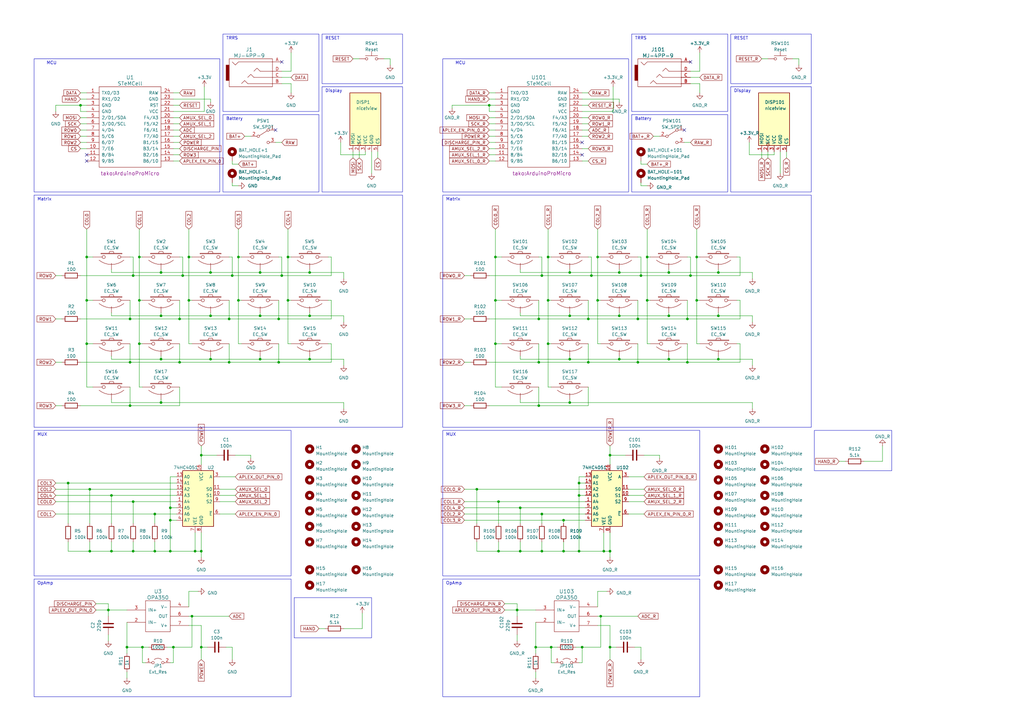
<source format=kicad_sch>
(kicad_sch (version 20230121) (generator eeschema)
  (paper "A3")
  (title_block (title "Tako DIY") (date "2023-05-18"))
  (junction (at 274.32 147.32))
  (junction (at 86.36 111.76))
  (junction (at 247.65 226.06))
  (junction (at 69.85 226.06))
  (junction (at 36.83 200.66))
  (junction (at 73.66 148.59))
  (junction (at 237.49 203.2))
  (junction (at 44.45 250.19))
  (junction (at 220.98 148.59))
  (junction (at 54.61 205.74))
  (junction (at 294.64 129.54))
  (junction (at 219.71 265.43))
  (junction (at 58.42 265.43))
  (junction (at 93.98 130.81))
  (junction (at 203.2 123.19))
  (junction (at 53.34 130.81))
  (junction (at 281.94 130.81))
  (junction (at 82.55 226.06))
  (junction (at 80.01 226.06))
  (junction (at 203.2 105.41))
  (junction (at 57.15 140.97))
  (junction (at 204.47 226.06))
  (junction (at 265.43 105.41))
  (junction (at 115.57 113.03))
  (junction (at 250.19 226.06))
  (junction (at 74.93 113.03))
  (junction (at 254 129.54))
  (junction (at 233.68 165.1))
  (junction (at 114.3 130.81))
  (junction (at 250.19 265.43))
  (junction (at 118.11 123.19))
  (junction (at 204.47 205.74))
  (junction (at 97.79 123.19))
  (junction (at 245.11 123.19))
  (junction (at 93.98 148.59))
  (junction (at 222.25 113.03))
  (junction (at 33.02 43.18))
  (junction (at 118.11 105.41))
  (junction (at 262.89 113.03))
  (junction (at 66.04 111.76))
  (junction (at 261.62 148.59))
  (junction (at 281.94 148.59))
  (junction (at 69.85 213.36))
  (junction (at 250.19 186.69))
  (junction (at 114.3 148.59))
  (junction (at 66.04 129.54))
  (junction (at 97.79 105.41))
  (junction (at 285.75 123.19))
  (junction (at 82.55 265.43))
  (junction (at 106.68 111.76))
  (junction (at 57.15 123.19))
  (junction (at 233.68 129.54))
  (junction (at 127 147.32))
  (junction (at 35.56 140.97))
  (junction (at 222.25 226.06))
  (junction (at 226.06 265.43))
  (junction (at 82.55 186.69))
  (junction (at 195.58 200.66))
  (junction (at 53.34 148.59))
  (junction (at 220.98 166.37))
  (junction (at 54.61 226.06))
  (junction (at 283.21 113.03))
  (junction (at 274.32 129.54))
  (junction (at 86.36 129.54))
  (junction (at 294.64 111.76))
  (junction (at 238.76 265.43))
  (junction (at 203.2 140.97))
  (junction (at 200.66 43.18))
  (junction (at 241.3 130.81))
  (junction (at 233.68 111.76))
  (junction (at 231.14 213.36))
  (junction (at 274.32 111.76))
  (junction (at 261.62 130.81))
  (junction (at 45.72 203.2))
  (junction (at 63.5 226.06))
  (junction (at 54.61 113.03))
  (junction (at 53.34 166.37))
  (junction (at 220.98 130.81))
  (junction (at 35.56 123.19))
  (junction (at 245.11 105.41))
  (junction (at 237.49 226.06))
  (junction (at 45.72 226.06))
  (junction (at 224.79 140.97))
  (junction (at 106.68 129.54))
  (junction (at 127 111.76))
  (junction (at 52.07 265.43))
  (junction (at 233.68 147.32))
  (junction (at 69.85 208.28))
  (junction (at 66.04 165.1))
  (junction (at 71.12 265.43))
  (junction (at 57.15 105.41))
  (junction (at 95.25 113.03))
  (junction (at 36.83 226.06))
  (junction (at 241.3 148.59))
  (junction (at 222.25 210.82))
  (junction (at 77.47 123.19))
  (junction (at 73.66 130.81))
  (junction (at 231.14 226.06))
  (junction (at 63.5 210.82))
  (junction (at 242.57 113.03))
  (junction (at 212.09 250.19))
  (junction (at 78.74 252.73))
  (junction (at 237.49 198.12))
  (junction (at 127 129.54))
  (junction (at 86.36 147.32))
  (junction (at 254 111.76))
  (junction (at 265.43 123.19))
  (junction (at 213.36 208.28))
  (junction (at 77.47 105.41))
  (junction (at 254 147.32))
  (junction (at 66.04 147.32))
  (junction (at 27.94 198.12))
  (junction (at 294.64 147.32))
  (junction (at 224.79 105.41))
  (junction (at 35.56 105.41))
  (junction (at 106.68 147.32))
  (junction (at 213.36 226.06))
  (junction (at 224.79 123.19))
  (junction (at 246.38 252.73))
  (junction (at 285.75 105.41))
  (no_connect (at 283.21 25.4))
  (no_connect (at 238.76 58.42))
  (no_connect (at 35.56 63.5))
  (no_connect (at 238.76 63.5))
  (no_connect (at 115.57 25.4))
  (no_connect (at 35.56 66.04))
  (no_connect (at 113.03 53.34))
  (no_connect (at 280.67 53.34))
  (wire (pts (xy 86.36 146.05) (xy 86.36 147.32)))
  (wire (pts (xy 222.25 210.82) (xy 222.25 214.63)))
  (wire (pts (xy 320.04 62.23) (xy 320.04 71.12)))
  (wire (pts (xy 281.94 123.19) (xy 281.94 130.81)))
  (wire (pts (xy 35.56 158.75) (xy 38.1 158.75)))
  (wire (pts (xy 222.25 105.41) (xy 222.25 113.03)))
  (wire (pts (xy 66.04 129.54) (xy 86.36 129.54)))
  (wire (pts (xy 115.57 34.29) (xy 119.38 34.29)))
  (wire (pts (xy 130.81 257.81) (xy 133.35 257.81)))
  (wire (pts (xy 27.94 198.12) (xy 27.94 214.63)))
  (wire (pts (xy 52.07 255.27) (xy 52.07 265.43)))
  (wire (pts (xy 127 110.49) (xy 127 111.76)))
  (wire (pts (xy 262.89 105.41) (xy 262.89 113.03)))
  (wire (pts (xy 57.15 105.41) (xy 57.15 123.19)))
  (wire (pts (xy 250.19 265.43) (xy 252.73 265.43)))
  (wire (pts (xy 77.47 140.97) (xy 78.74 140.97)))
  (wire (pts (xy 86.36 110.49) (xy 86.36 111.76)))
  (wire (pts (xy 207.01 250.19) (xy 212.09 250.19)))
  (wire (pts (xy 35.56 105.41) (xy 35.56 123.19)))
  (wire (pts (xy 57.15 123.19) (xy 57.15 140.97)))
  (wire (pts (xy 71.12 66.04) (xy 73.66 66.04)))
  (wire (pts (xy 224.79 93.98) (xy 224.79 105.41)))
  (wire (pts (xy 96.52 186.69) (xy 102.87 186.69)))
  (wire (pts (xy 314.96 62.23) (xy 314.96 64.77)))
  (wire (pts (xy 264.16 186.69) (xy 270.51 186.69)))
  (wire (pts (xy 58.42 265.43) (xy 58.42 271.78)))
  (wire (pts (xy 238.76 48.26) (xy 241.3 48.26)))
  (wire (pts (xy 52.07 265.43) (xy 52.07 267.97)))
  (wire (pts (xy 71.12 265.43) (xy 78.74 265.43)))
  (wire (pts (xy 233.68 110.49) (xy 233.68 111.76)))
  (wire (pts (xy 302.26 105.41) (xy 303.53 105.41)))
  (wire (pts (xy 220.98 140.97) (xy 220.98 148.59)))
  (wire (pts (xy 45.72 110.49) (xy 45.72 111.76)))
  (wire (pts (xy 212.09 250.19) (xy 219.71 250.19)))
  (wire (pts (xy 69.85 271.78) (xy 71.12 271.78)))
  (wire (pts (xy 119.38 29.21) (xy 119.38 21.59)))
  (wire (pts (xy 140.97 165.1) (xy 140.97 167.64)))
  (wire (pts (xy 200.66 53.34) (xy 203.2 53.34)))
  (wire (pts (xy 54.61 105.41) (xy 54.61 113.03)))
  (wire (pts (xy 200.66 113.03) (xy 222.25 113.03)))
  (wire (pts (xy 254 111.76) (xy 274.32 111.76)))
  (wire (pts (xy 303.53 105.41) (xy 303.53 113.03)))
  (wire (pts (xy 303.53 123.19) (xy 302.26 123.19)))
  (wire (pts (xy 97.79 93.98) (xy 97.79 105.41)))
  (wire (pts (xy 71.12 40.64) (xy 86.36 40.64)))
  (wire (pts (xy 226.06 265.43) (xy 226.06 271.78)))
  (wire (pts (xy 262.89 74.93) (xy 262.89 76.2)))
  (wire (pts (xy 200.66 38.1) (xy 203.2 38.1)))
  (wire (pts (xy 35.56 140.97) (xy 38.1 140.97)))
  (wire (pts (xy 200.66 40.64) (xy 203.2 40.64)))
  (wire (pts (xy 66.04 128.27) (xy 66.04 129.54)))
  (wire (pts (xy 106.68 110.49) (xy 106.68 111.76)))
  (wire (pts (xy 246.38 252.73) (xy 261.62 252.73)))
  (wire (pts (xy 220.98 148.59) (xy 241.3 148.59)))
  (wire (pts (xy 262.89 113.03) (xy 283.21 113.03)))
  (wire (pts (xy 261.62 140.97) (xy 261.62 148.59)))
  (wire (pts (xy 45.72 146.05) (xy 45.72 147.32)))
  (wire (pts (xy 97.79 123.19) (xy 99.06 123.19)))
  (wire (pts (xy 60.96 265.43) (xy 58.42 265.43)))
  (wire (pts (xy 203.2 158.75) (xy 205.74 158.75)))
  (wire (pts (xy 57.15 140.97) (xy 58.42 140.97)))
  (wire (pts (xy 71.12 50.8) (xy 73.66 50.8)))
  (wire (pts (xy 78.74 265.43) (xy 78.74 252.73)))
  (wire (pts (xy 93.98 130.81) (xy 114.3 130.81)))
  (wire (pts (xy 222.25 222.25) (xy 222.25 226.06)))
  (wire (pts (xy 35.56 93.98) (xy 35.56 105.41)))
  (wire (pts (xy 22.86 43.18) (xy 33.02 43.18)))
  (wire (pts (xy 241.3 140.97) (xy 241.3 148.59)))
  (wire (pts (xy 78.74 105.41) (xy 77.47 105.41)))
  (wire (pts (xy 213.36 147.32) (xy 233.68 147.32)))
  (wire (pts (xy 283.21 113.03) (xy 303.53 113.03)))
  (wire (pts (xy 237.49 226.06) (xy 247.65 226.06)))
  (wire (pts (xy 233.68 128.27) (xy 233.68 129.54)))
  (wire (pts (xy 303.53 140.97) (xy 303.53 148.59)))
  (wire (pts (xy 71.12 55.88) (xy 73.66 55.88)))
  (wire (pts (xy 45.72 111.76) (xy 66.04 111.76)))
  (wire (pts (xy 82.55 182.88) (xy 82.55 186.69)))
  (wire (pts (xy 54.61 113.03) (xy 74.93 113.03)))
  (wire (pts (xy 254 128.27) (xy 254 129.54)))
  (wire (pts (xy 35.56 123.19) (xy 35.56 140.97)))
  (wire (pts (xy 22.86 198.12) (xy 27.94 198.12)))
  (wire (pts (xy 213.36 165.1) (xy 233.68 165.1)))
  (wire (pts (xy 254 40.64) (xy 254 41.91)))
  (wire (pts (xy 92.71 265.43) (xy 95.25 265.43)))
  (wire (pts (xy 241.3 148.59) (xy 261.62 148.59)))
  (wire (pts (xy 200.66 58.42) (xy 203.2 58.42)))
  (wire (pts (xy 52.07 265.43) (xy 58.42 265.43)))
  (wire (pts (xy 77.47 105.41) (xy 77.47 123.19)))
  (wire (pts (xy 203.2 123.19) (xy 203.2 140.97)))
  (wire (pts (xy 95.25 66.04) (xy 95.25 67.31)))
  (wire (pts (xy 212.09 260.35) (xy 212.09 262.89)))
  (wire (pts (xy 93.98 148.59) (xy 114.3 148.59)))
  (wire (pts (xy 140.97 257.81) (xy 148.59 257.81)))
  (wire (pts (xy 224.79 123.19) (xy 224.79 140.97)))
  (wire (pts (xy 200.66 55.88) (xy 203.2 55.88)))
  (wire (pts (xy 63.5 222.25) (xy 63.5 226.06)))
  (wire (pts (xy 82.55 265.43) (xy 82.55 270.51)))
  (wire (pts (xy 22.86 203.2) (xy 45.72 203.2)))
  (wire (pts (xy 238.76 265.43) (xy 246.38 265.43)))
  (wire (pts (xy 224.79 105.41) (xy 224.79 123.19)))
  (wire (pts (xy 240.03 203.2) (xy 237.49 203.2)))
  (wire (pts (xy 35.56 45.72) (xy 33.02 45.72)))
  (wire (pts (xy 144.78 24.13) (xy 147.32 24.13)))
  (wire (pts (xy 86.36 40.64) (xy 86.36 41.91)))
  (wire (pts (xy 127 146.05) (xy 127 147.32)))
  (wire (pts (xy 147.32 62.23) (xy 147.32 64.77)))
  (wire (pts (xy 63.5 226.06) (xy 69.85 226.06)))
  (wire (pts (xy 245.11 123.19) (xy 245.11 140.97)))
  (wire (pts (xy 237.49 271.78) (xy 238.76 271.78)))
  (wire (pts (xy 53.34 140.97) (xy 53.34 148.59)))
  (wire (pts (xy 93.98 123.19) (xy 93.98 130.81)))
  (wire (pts (xy 118.11 123.19) (xy 119.38 123.19)))
  (wire (pts (xy 53.34 148.59) (xy 73.66 148.59)))
  (wire (pts (xy 213.36 208.28) (xy 213.36 214.63)))
  (wire (pts (xy 220.98 130.81) (xy 241.3 130.81)))
  (wire (pts (xy 45.72 222.25) (xy 45.72 226.06)))
  (wire (pts (xy 90.17 200.66) (xy 96.52 200.66)))
  (wire (pts (xy 294.64 128.27) (xy 294.64 129.54)))
  (wire (pts (xy 241.3 123.19) (xy 241.3 130.81)))
  (wire (pts (xy 86.36 147.32) (xy 106.68 147.32)))
  (wire (pts (xy 224.79 158.75) (xy 226.06 158.75)))
  (wire (pts (xy 115.57 29.21) (xy 119.38 29.21)))
  (wire (pts (xy 33.02 166.37) (xy 53.34 166.37)))
  (wire (pts (xy 213.36 128.27) (xy 213.36 129.54)))
  (wire (pts (xy 283.21 105.41) (xy 283.21 113.03)))
  (wire (pts (xy 251.46 35.56) (xy 251.46 45.72)))
  (wire (pts (xy 308.61 147.32) (xy 308.61 149.86)))
  (wire (pts (xy 224.79 140.97) (xy 224.79 158.75)))
  (wire (pts (xy 71.12 38.1) (xy 73.66 38.1)))
  (wire (pts (xy 77.47 256.54) (xy 82.55 256.54)))
  (wire (pts (xy 71.12 48.26) (xy 73.66 48.26)))
  (wire (pts (xy 200.66 43.18) (xy 203.2 43.18)))
  (wire (pts (xy 39.37 250.19) (xy 44.45 250.19)))
  (wire (pts (xy 22.86 166.37) (xy 25.4 166.37)))
  (wire (pts (xy 82.55 256.54) (xy 82.55 265.43)))
  (wire (pts (xy 203.2 93.98) (xy 203.2 105.41)))
  (wire (pts (xy 45.72 165.1) (xy 66.04 165.1)))
  (wire (pts (xy 140.97 147.32) (xy 140.97 149.86)))
  (wire (pts (xy 220.98 166.37) (xy 241.3 166.37)))
  (wire (pts (xy 45.72 203.2) (xy 72.39 203.2)))
  (wire (pts (xy 287.02 21.59) (xy 287.02 29.21)))
  (wire (pts (xy 90.17 210.82) (xy 96.52 210.82)))
  (wire (pts (xy 118.11 123.19) (xy 118.11 140.97)))
  (wire (pts (xy 240.03 198.12) (xy 237.49 198.12)))
  (wire (pts (xy 53.34 130.81) (xy 73.66 130.81)))
  (wire (pts (xy 281.94 130.81) (xy 303.53 130.81)))
  (wire (pts (xy 224.79 140.97) (xy 226.06 140.97)))
  (wire (pts (xy 52.07 275.59) (xy 52.07 278.13)))
  (wire (pts (xy 317.5 63.5) (xy 307.34 63.5)))
  (wire (pts (xy 242.57 105.41) (xy 242.57 113.03)))
  (wire (pts (xy 66.04 147.32) (xy 86.36 147.32)))
  (wire (pts (xy 266.7 105.41) (xy 265.43 105.41)))
  (wire (pts (xy 233.68 129.54) (xy 254 129.54)))
  (wire (pts (xy 274.32 146.05) (xy 274.32 147.32)))
  (wire (pts (xy 127 129.54) (xy 140.97 129.54)))
  (wire (pts (xy 327.66 24.13) (xy 327.66 26.67)))
  (wire (pts (xy 35.56 140.97) (xy 35.56 158.75)))
  (wire (pts (xy 231.14 213.36) (xy 240.03 213.36)))
  (wire (pts (xy 250.19 186.69) (xy 250.19 190.5)))
  (wire (pts (xy 22.86 200.66) (xy 36.83 200.66)))
  (wire (pts (xy 33.02 60.96) (xy 35.56 60.96)))
  (wire (pts (xy 213.36 163.83) (xy 213.36 165.1)))
  (wire (pts (xy 238.76 43.18) (xy 241.3 43.18)))
  (wire (pts (xy 254 129.54) (xy 274.32 129.54)))
  (wire (pts (xy 219.71 265.43) (xy 226.06 265.43)))
  (wire (pts (xy 245.11 140.97) (xy 246.38 140.97)))
  (wire (pts (xy 245.11 256.54) (xy 250.19 256.54)))
  (wire (pts (xy 190.5 148.59) (xy 193.04 148.59)))
  (wire (pts (xy 257.81 205.74) (xy 264.16 205.74)))
  (wire (pts (xy 86.36 129.54) (xy 106.68 129.54)))
  (wire (pts (xy 71.12 43.18) (xy 73.66 43.18)))
  (wire (pts (xy 73.66 140.97) (xy 73.66 148.59)))
  (wire (pts (xy 77.47 123.19) (xy 77.47 140.97)))
  (wire (pts (xy 44.45 250.19) (xy 44.45 247.65)))
  (wire (pts (xy 213.36 111.76) (xy 233.68 111.76)))
  (wire (pts (xy 78.74 252.73) (xy 93.98 252.73)))
  (wire (pts (xy 203.2 140.97) (xy 205.74 140.97)))
  (wire (pts (xy 250.19 218.44) (xy 250.19 226.06)))
  (wire (pts (xy 39.37 247.65) (xy 44.45 247.65)))
  (wire (pts (xy 157.48 24.13) (xy 160.02 24.13)))
  (wire (pts (xy 257.81 200.66) (xy 264.16 200.66)))
  (wire (pts (xy 238.76 265.43) (xy 236.22 265.43)))
  (wire (pts (xy 66.04 111.76) (xy 86.36 111.76)))
  (wire (pts (xy 36.83 200.66) (xy 36.83 214.63)))
  (wire (pts (xy 152.4 62.23) (xy 152.4 71.12)))
  (wire (pts (xy 90.17 203.2) (xy 96.52 203.2)))
  (wire (pts (xy 118.11 93.98) (xy 118.11 105.41)))
  (wire (pts (xy 205.74 105.41) (xy 203.2 105.41)))
  (wire (pts (xy 233.68 146.05) (xy 233.68 147.32)))
  (wire (pts (xy 274.32 110.49) (xy 274.32 111.76)))
  (wire (pts (xy 267.97 55.88) (xy 270.51 55.88)))
  (wire (pts (xy 257.81 195.58) (xy 264.16 195.58)))
  (wire (pts (xy 237.49 203.2) (xy 237.49 198.12)))
  (wire (pts (xy 265.43 123.19) (xy 266.7 123.19)))
  (wire (pts (xy 63.5 210.82) (xy 72.39 210.82)))
  (wire (pts (xy 238.76 271.78) (xy 238.76 265.43)))
  (wire (pts (xy 285.75 105.41) (xy 285.75 123.19)))
  (wire (pts (xy 233.68 165.1) (xy 308.61 165.1)))
  (wire (pts (xy 82.55 218.44) (xy 82.55 226.06)))
  (wire (pts (xy 226.06 271.78) (xy 227.33 271.78)))
  (wire (pts (xy 222.25 210.82) (xy 240.03 210.82)))
  (wire (pts (xy 114.3 148.59) (xy 135.89 148.59)))
  (wire (pts (xy 247.65 218.44) (xy 247.65 226.06)))
  (wire (pts (xy 238.76 53.34) (xy 241.3 53.34)))
  (wire (pts (xy 254 110.49) (xy 254 111.76)))
  (wire (pts (xy 204.47 222.25) (xy 204.47 226.06)))
  (wire (pts (xy 212.09 250.19) (xy 212.09 252.73)))
  (wire (pts (xy 200.66 130.81) (xy 220.98 130.81)))
  (wire (pts (xy 80.01 218.44) (xy 80.01 226.06)))
  (wire (pts (xy 312.42 24.13) (xy 314.96 24.13)))
  (wire (pts (xy 246.38 105.41) (xy 245.11 105.41)))
  (wire (pts (xy 247.65 226.06) (xy 250.19 226.06)))
  (wire (pts (xy 294.64 147.32) (xy 308.61 147.32)))
  (wire (pts (xy 134.62 105.41) (xy 135.89 105.41)))
  (wire (pts (xy 54.61 226.06) (xy 63.5 226.06)))
  (wire (pts (xy 190.5 213.36) (xy 231.14 213.36)))
  (wire (pts (xy 207.01 247.65) (xy 212.09 247.65)))
  (wire (pts (xy 233.68 147.32) (xy 254 147.32)))
  (wire (pts (xy 44.45 250.19) (xy 52.07 250.19)))
  (wire (pts (xy 134.62 140.97) (xy 135.89 140.97)))
  (wire (pts (xy 274.32 129.54) (xy 294.64 129.54)))
  (wire (pts (xy 33.02 53.34) (xy 35.56 53.34)))
  (wire (pts (xy 140.97 111.76) (xy 140.97 114.3)))
  (wire (pts (xy 95.25 105.41) (xy 95.25 113.03)))
  (wire (pts (xy 127 147.32) (xy 140.97 147.32)))
  (wire (pts (xy 195.58 200.66) (xy 240.03 200.66)))
  (wire (pts (xy 82.55 265.43) (xy 85.09 265.43)))
  (wire (pts (xy 245.11 105.41) (xy 245.11 123.19)))
  (wire (pts (xy 254 147.32) (xy 274.32 147.32)))
  (wire (pts (xy 200.66 66.04) (xy 203.2 66.04)))
  (wire (pts (xy 261.62 105.41) (xy 262.89 105.41)))
  (wire (pts (xy 53.34 158.75) (xy 53.34 166.37)))
  (wire (pts (xy 95.25 113.03) (xy 115.57 113.03)))
  (wire (pts (xy 83.82 35.56) (xy 83.82 45.72)))
  (wire (pts (xy 45.72 226.06) (xy 54.61 226.06)))
  (wire (pts (xy 238.76 45.72) (xy 251.46 45.72)))
  (wire (pts (xy 219.71 275.59) (xy 219.71 278.13)))
  (wire (pts (xy 71.12 58.42) (xy 73.66 58.42)))
  (wire (pts (xy 228.6 265.43) (xy 226.06 265.43)))
  (wire (pts (xy 69.85 213.36) (xy 69.85 226.06)))
  (wire (pts (xy 238.76 38.1) (xy 241.3 38.1)))
  (wire (pts (xy 231.14 226.06) (xy 237.49 226.06)))
  (wire (pts (xy 93.98 140.97) (xy 93.98 148.59)))
  (wire (pts (xy 95.25 74.93) (xy 95.25 76.2)))
  (wire (pts (xy 245.11 248.92) (xy 245.11 242.57)))
  (wire (pts (xy 36.83 200.66) (xy 72.39 200.66)))
  (wire (pts (xy 190.5 208.28) (xy 213.36 208.28)))
  (wire (pts (xy 69.85 226.06) (xy 80.01 226.06)))
  (wire (pts (xy 257.81 210.82) (xy 264.16 210.82)))
  (wire (pts (xy 160.02 24.13) (xy 160.02 26.67)))
  (wire (pts (xy 294.64 110.49) (xy 294.64 111.76)))
  (wire (pts (xy 66.04 163.83) (xy 66.04 165.1)))
  (wire (pts (xy 195.58 222.25) (xy 195.58 226.06)))
  (wire (pts (xy 149.86 62.23) (xy 149.86 63.5)))
  (wire (pts (xy 185.42 43.18) (xy 185.42 44.45)))
  (wire (pts (xy 99.06 105.41) (xy 97.79 105.41)))
  (wire (pts (xy 185.42 43.18) (xy 200.66 43.18)))
  (wire (pts (xy 265.43 123.19) (xy 265.43 140.97)))
  (wire (pts (xy 77.47 242.57) (xy 81.28 242.57)))
  (wire (pts (xy 220.98 123.19) (xy 220.98 130.81)))
  (wire (pts (xy 233.68 163.83) (xy 233.68 165.1)))
  (wire (pts (xy 77.47 252.73) (xy 78.74 252.73)))
  (wire (pts (xy 135.89 123.19) (xy 134.62 123.19)))
  (wire (pts (xy 45.72 203.2) (xy 45.72 214.63)))
  (wire (pts (xy 106.68 128.27) (xy 106.68 129.54)))
  (wire (pts (xy 200.66 148.59) (xy 220.98 148.59)))
  (wire (pts (xy 149.86 63.5) (xy 139.7 63.5)))
  (wire (pts (xy 90.17 195.58) (xy 96.52 195.58)))
  (wire (pts (xy 250.19 226.06) (xy 250.19 228.6)))
  (wire (pts (xy 250.19 186.69) (xy 256.54 186.69)))
  (wire (pts (xy 106.68 147.32) (xy 127 147.32)))
  (wire (pts (xy 57.15 93.98) (xy 57.15 105.41)))
  (wire (pts (xy 127 111.76) (xy 140.97 111.76)))
  (wire (pts (xy 27.94 198.12) (xy 72.39 198.12)))
  (wire (pts (xy 102.87 186.69) (xy 102.87 187.96)))
  (wire (pts (xy 283.21 31.75) (xy 287.02 31.75)))
  (wire (pts (xy 44.45 250.19) (xy 44.45 252.73)))
  (wire (pts (xy 90.17 205.74) (xy 96.52 205.74)))
  (wire (pts (xy 280.67 58.42) (xy 283.21 58.42)))
  (wire (pts (xy 71.12 265.43) (xy 68.58 265.43)))
  (wire (pts (xy 238.76 55.88) (xy 241.3 55.88)))
  (wire (pts (xy 281.94 140.97) (xy 281.94 148.59)))
  (wire (pts (xy 77.47 248.92) (xy 77.47 242.57)))
  (wire (pts (xy 22.86 205.74) (xy 54.61 205.74)))
  (wire (pts (xy 69.85 208.28) (xy 72.39 208.28)))
  (wire (pts (xy 66.04 110.49) (xy 66.04 111.76)))
  (wire (pts (xy 238.76 50.8) (xy 241.3 50.8)))
  (wire (pts (xy 195.58 226.06) (xy 204.47 226.06)))
  (wire (pts (xy 261.62 148.59) (xy 281.94 148.59)))
  (wire (pts (xy 106.68 111.76) (xy 127 111.76)))
  (wire (pts (xy 135.89 105.41) (xy 135.89 113.03)))
  (wire (pts (xy 36.83 222.25) (xy 36.83 226.06)))
  (wire (pts (xy 242.57 113.03) (xy 262.89 113.03)))
  (wire (pts (xy 238.76 60.96) (xy 241.3 60.96)))
  (wire (pts (xy 261.62 130.81) (xy 281.94 130.81)))
  (wire (pts (xy 213.36 146.05) (xy 213.36 147.32)))
  (wire (pts (xy 58.42 271.78) (xy 59.69 271.78)))
  (wire (pts (xy 114.3 123.19) (xy 114.3 130.81)))
  (wire (pts (xy 127 128.27) (xy 127 129.54)))
  (wire (pts (xy 139.7 58.42) (xy 139.7 63.5)))
  (wire (pts (xy 190.5 200.66) (xy 195.58 200.66)))
  (wire (pts (xy 100.33 55.88) (xy 102.87 55.88)))
  (wire (pts (xy 71.12 63.5) (xy 73.66 63.5)))
  (wire (pts (xy 237.49 203.2) (xy 237.49 226.06)))
  (wire (pts (xy 200.66 63.5) (xy 203.2 63.5)))
  (wire (pts (xy 294.64 129.54) (xy 308.61 129.54)))
  (wire (pts (xy 69.85 213.36) (xy 72.39 213.36)))
  (wire (pts (xy 237.49 198.12) (xy 237.49 195.58)))
  (wire (pts (xy 71.12 60.96) (xy 73.66 60.96)))
  (wire (pts (xy 33.02 55.88) (xy 35.56 55.88)))
  (wire (pts (xy 95.25 67.31) (xy 97.79 67.31)))
  (wire (pts (xy 115.57 113.03) (xy 135.89 113.03)))
  (wire (pts (xy 220.98 105.41) (xy 222.25 105.41)))
  (wire (pts (xy 33.02 45.72) (xy 33.02 43.18)))
  (wire (pts (xy 219.71 265.43) (xy 219.71 267.97)))
  (wire (pts (xy 322.58 62.23) (xy 322.58 64.77)))
  (wire (pts (xy 35.56 123.19) (xy 38.1 123.19)))
  (wire (pts (xy 82.55 186.69) (xy 82.55 190.5)))
  (wire (pts (xy 283.21 29.21) (xy 287.02 29.21)))
  (wire (pts (xy 213.36 208.28) (xy 240.03 208.28)))
  (wire (pts (xy 106.68 146.05) (xy 106.68 147.32)))
  (wire (pts (xy 224.79 123.19) (xy 226.06 123.19)))
  (wire (pts (xy 86.36 111.76) (xy 106.68 111.76)))
  (wire (pts (xy 287.02 34.29) (xy 287.02 38.1)))
  (wire (pts (xy 226.06 105.41) (xy 224.79 105.41)))
  (wire (pts (xy 237.49 195.58) (xy 240.03 195.58)))
  (wire (pts (xy 190.5 130.81) (xy 193.04 130.81)))
  (wire (pts (xy 69.85 195.58) (xy 69.85 208.28)))
  (wire (pts (xy 302.26 140.97) (xy 303.53 140.97)))
  (wire (pts (xy 238.76 40.64) (xy 254 40.64)))
  (wire (pts (xy 77.47 123.19) (xy 78.74 123.19)))
  (wire (pts (xy 22.86 113.03) (xy 25.4 113.03)))
  (wire (pts (xy 245.11 242.57) (xy 248.92 242.57)))
  (wire (pts (xy 118.11 140.97) (xy 119.38 140.97)))
  (wire (pts (xy 200.66 166.37) (xy 220.98 166.37)))
  (wire (pts (xy 82.55 186.69) (xy 88.9 186.69)))
  (wire (pts (xy 45.72 129.54) (xy 66.04 129.54)))
  (wire (pts (xy 265.43 93.98) (xy 265.43 105.41)))
  (wire (pts (xy 200.66 48.26) (xy 203.2 48.26)))
  (wire (pts (xy 270.51 186.69) (xy 270.51 187.96)))
  (wire (pts (xy 265.43 105.41) (xy 265.43 123.19)))
  (wire (pts (xy 74.93 113.03) (xy 95.25 113.03)))
  (wire (pts (xy 245.11 123.19) (xy 246.38 123.19)))
  (wire (pts (xy 203.2 105.41) (xy 203.2 123.19)))
  (wire (pts (xy 231.14 222.25) (xy 231.14 226.06)))
  (wire (pts (xy 66.04 146.05) (xy 66.04 147.32)))
  (wire (pts (xy 222.25 226.06) (xy 231.14 226.06)))
  (wire (pts (xy 45.72 163.83) (xy 45.72 165.1)))
  (wire (pts (xy 285.75 123.19) (xy 287.02 123.19)))
  (wire (pts (xy 54.61 222.25) (xy 54.61 226.06)))
  (wire (pts (xy 212.09 250.19) (xy 212.09 247.65)))
  (wire (pts (xy 33.02 130.81) (xy 53.34 130.81)))
  (wire (pts (xy 54.61 205.74) (xy 72.39 205.74)))
  (wire (pts (xy 77.47 93.98) (xy 77.47 105.41)))
  (wire (pts (xy 45.72 128.27) (xy 45.72 129.54)))
  (wire (pts (xy 93.98 105.41) (xy 95.25 105.41)))
  (wire (pts (xy 281.94 148.59) (xy 303.53 148.59)))
  (wire (pts (xy 118.11 105.41) (xy 118.11 123.19)))
  (wire (pts (xy 22.86 210.82) (xy 63.5 210.82)))
  (wire (pts (xy 250.19 256.54) (xy 250.19 265.43)))
  (wire (pts (xy 97.79 105.41) (xy 97.79 123.19)))
  (wire (pts (xy 97.79 140.97) (xy 99.06 140.97)))
  (wire (pts (xy 213.36 226.06) (xy 222.25 226.06)))
  (wire (pts (xy 274.32 111.76) (xy 294.64 111.76)))
  (wire (pts (xy 54.61 205.74) (xy 54.61 214.63)))
  (wire (pts (xy 204.47 205.74) (xy 240.03 205.74)))
  (wire (pts (xy 317.5 62.23) (xy 317.5 63.5)))
  (wire (pts (xy 33.02 38.1) (xy 35.56 38.1)))
  (wire (pts (xy 154.94 62.23) (xy 154.94 64.77)))
  (wire (pts (xy 312.42 62.23) (xy 312.42 64.77)))
  (wire (pts (xy 97.79 123.19) (xy 97.79 140.97)))
  (wire (pts (xy 294.64 111.76) (xy 308.61 111.76)))
  (wire (pts (xy 148.59 251.46) (xy 148.59 257.81)))
  (wire (pts (xy 281.94 105.41) (xy 283.21 105.41)))
  (wire (pts (xy 36.83 226.06) (xy 45.72 226.06)))
  (wire (pts (xy 195.58 200.66) (xy 195.58 214.63)))
  (wire (pts (xy 135.89 140.97) (xy 135.89 148.59)))
  (wire (pts (xy 285.75 140.97) (xy 287.02 140.97)))
  (wire (pts (xy 361.95 182.88) (xy 361.95 189.23)))
  (wire (pts (xy 283.21 34.29) (xy 287.02 34.29)))
  (wire (pts (xy 222.25 113.03) (xy 242.57 113.03)))
  (wire (pts (xy 245.11 252.73) (xy 246.38 252.73)))
  (wire (pts (xy 66.04 165.1) (xy 140.97 165.1)))
  (wire (pts (xy 204.47 205.74) (xy 204.47 214.63)))
  (wire (pts (xy 114.3 140.97) (xy 114.3 148.59)))
  (wire (pts (xy 241.3 105.41) (xy 242.57 105.41)))
  (wire (pts (xy 95.25 76.2) (xy 97.79 76.2)))
  (wire (pts (xy 203.2 123.19) (xy 205.74 123.19)))
  (wire (pts (xy 245.11 93.98) (xy 245.11 105.41)))
  (wire (pts (xy 308.61 129.54) (xy 308.61 132.08)))
  (wire (pts (xy 203.2 45.72) (xy 200.66 45.72)))
  (wire (pts (xy 113.03 58.42) (xy 115.57 58.42)))
  (wire (pts (xy 213.36 110.49) (xy 213.36 111.76)))
  (wire (pts (xy 254 146.05) (xy 254 147.32)))
  (wire (pts (xy 71.12 45.72) (xy 83.82 45.72)))
  (wire (pts (xy 219.71 255.27) (xy 219.71 265.43)))
  (wire (pts (xy 22.86 148.59) (xy 25.4 148.59)))
  (wire (pts (xy 200.66 45.72) (xy 200.66 43.18)))
  (wire (pts (xy 73.66 123.19) (xy 73.66 130.81)))
  (wire (pts (xy 53.34 123.19) (xy 53.34 130.81)))
  (wire (pts (xy 231.14 213.36) (xy 231.14 214.63)))
  (wire (pts (xy 73.66 130.81) (xy 93.98 130.81)))
  (wire (pts (xy 135.89 123.19) (xy 135.89 130.81)))
  (wire (pts (xy 246.38 265.43) (xy 246.38 252.73)))
  (wire (pts (xy 74.93 105.41) (xy 74.93 113.03)))
  (wire (pts (xy 250.19 182.88) (xy 250.19 186.69)))
  (wire (pts (xy 308.61 111.76) (xy 308.61 114.3)))
  (wire (pts (xy 38.1 105.41) (xy 35.56 105.41)))
  (wire (pts (xy 190.5 113.03) (xy 193.04 113.03)))
  (wire (pts (xy 190.5 210.82) (xy 222.25 210.82)))
  (wire (pts (xy 119.38 105.41) (xy 118.11 105.41)))
  (wire (pts (xy 204.47 226.06) (xy 213.36 226.06)))
  (wire (pts (xy 80.01 226.06) (xy 82.55 226.06)))
  (wire (pts (xy 73.66 158.75) (xy 73.66 166.37)))
  (wire (pts (xy 262.89 66.04) (xy 262.89 67.31)))
  (wire (pts (xy 71.12 271.78) (xy 71.12 265.43)))
  (wire (pts (xy 27.94 222.25) (xy 27.94 226.06)))
  (wire (pts (xy 57.15 123.19) (xy 58.42 123.19)))
  (wire (pts (xy 72.39 195.58) (xy 69.85 195.58)))
  (wire (pts (xy 57.15 140.97) (xy 57.15 158.75)))
  (wire (pts (xy 22.86 130.81) (xy 25.4 130.81)))
  (wire (pts (xy 203.2 140.97) (xy 203.2 158.75)))
  (wire (pts (xy 95.25 265.43) (xy 95.25 270.51)))
  (wire (pts (xy 213.36 129.54) (xy 233.68 129.54)))
  (wire (pts (xy 73.66 148.59) (xy 93.98 148.59)))
  (wire (pts (xy 45.72 147.32) (xy 66.04 147.32)))
  (wire (pts (xy 285.75 123.19) (xy 285.75 140.97)))
  (wire (pts (xy 53.34 105.41) (xy 54.61 105.41)))
  (wire (pts (xy 22.86 43.18) (xy 22.86 45.72)))
  (wire (pts (xy 308.61 165.1) (xy 308.61 167.64)))
  (wire (pts (xy 33.02 58.42) (xy 35.56 58.42)))
  (wire (pts (xy 58.42 105.41) (xy 57.15 105.41)))
  (wire (pts (xy 53.34 166.37) (xy 73.66 166.37)))
  (wire (pts (xy 262.89 265.43) (xy 262.89 270.51)))
  (wire (pts (xy 354.33 189.23) (xy 361.95 189.23)))
  (wire (pts (xy 86.36 128.27) (xy 86.36 129.54)))
  (wire (pts (xy 190.5 166.37) (xy 193.04 166.37)))
  (wire (pts (xy 233.68 111.76) (xy 254 111.76)))
  (wire (pts (xy 200.66 60.96) (xy 203.2 60.96)))
  (wire (pts (xy 344.17 189.23) (xy 346.71 189.23)))
  (wire (pts (xy 257.81 203.2) (xy 264.16 203.2)))
  (wire (pts (xy 200.66 50.8) (xy 203.2 50.8)))
  (wire (pts (xy 241.3 158.75) (xy 241.3 166.37)))
  (wire (pts (xy 213.36 222.25) (xy 213.36 226.06)))
  (wire (pts (xy 27.94 226.06) (xy 36.83 226.06)))
  (wire (pts (xy 307.34 58.42) (xy 307.34 63.5)))
  (wire (pts (xy 57.15 158.75) (xy 58.42 158.75)))
  (wire (pts (xy 325.12 24.13) (xy 327.66 24.13)))
  (wire (pts (xy 114.3 105.41) (xy 115.57 105.41)))
  (wire (pts (xy 33.02 148.59) (xy 53.34 148.59)))
  (wire (pts (xy 303.53 123.19) (xy 303.53 130.81)))
  (wire (pts (xy 69.85 208.28) (xy 69.85 213.36)))
  (wire (pts (xy 82.55 226.06) (xy 82.55 228.6)))
  (wire (pts (xy 262.89 67.31) (xy 265.43 67.31)))
  (wire (pts (xy 250.19 265.43) (xy 250.19 270.51)))
  (wire (pts (xy 285.75 93.98) (xy 285.75 105.41)))
  (wire (pts (xy 190.5 205.74) (xy 204.47 205.74)))
  (wire (pts (xy 265.43 140.97) (xy 266.7 140.97)))
  (wire (pts (xy 287.02 105.41) (xy 285.75 105.41)))
  (wire (pts (xy 144.78 62.23) (xy 144.78 64.77)))
  (wire (pts (xy 33.02 113.03) (xy 54.61 113.03)))
  (wire (pts (xy 238.76 66.04) (xy 241.3 66.04)))
  (wire (pts (xy 73.66 105.41) (xy 74.93 105.41)))
  (wire (pts (xy 220.98 158.75) (xy 220.98 166.37)))
  (wire (pts (xy 44.45 260.35) (xy 44.45 262.89)))
  (wire (pts (xy 115.57 31.75) (xy 119.38 31.75)))
  (wire (pts (xy 260.35 265.43) (xy 262.89 265.43)))
  (wire (pts (xy 274.32 147.32) (xy 294.64 147.32)))
  (wire (pts (xy 140.97 129.54) (xy 140.97 132.08)))
  (wire (pts (xy 106.68 129.54) (xy 127 129.54)))
  (wire (pts (xy 33.02 48.26) (xy 35.56 48.26)))
  (wire (pts (xy 294.64 146.05) (xy 294.64 147.32)))
  (wire (pts (xy 262.89 76.2) (xy 265.43 76.2)))
  (wire (pts (xy 63.5 210.82) (xy 63.5 214.63)))
  (wire (pts (xy 114.3 130.81) (xy 135.89 130.81)))
  (wire (pts (xy 33.02 50.8) (xy 35.56 50.8)))
  (wire (pts (xy 261.62 123.19) (xy 261.62 130.81)))
  (wire (pts (xy 241.3 130.81) (xy 261.62 130.81)))
  (wire (pts (xy 274.32 128.27) (xy 274.32 129.54)))
  (wire (pts (xy 119.38 34.29) (xy 119.38 38.1)))
  (wire (pts (xy 33.02 40.64) (xy 35.56 40.64)))
  (wire (pts (xy 71.12 53.34) (xy 73.66 53.34)))
  (wire (pts (xy 33.02 43.18) (xy 35.56 43.18)))
  (wire (pts (xy 115.57 105.41) (xy 115.57 113.03)))
  (rectangle (start 13.97 80.01) (end 165.1 175.26))
  (rectangle (start 13.97 237.49) (end 119.38 285.75))
  (rectangle (start 132.08 13.97) (end 165.1 34.29))
  (rectangle (start 181.61 237.49) (end 287.02 285.75))
  (rectangle (start 299.72 35.56) (end 332.74 78.74))
  (rectangle (start 259.08 13.97) (end 298.45 45.72))
  (rectangle (start 91.44 13.97) (end 130.81 45.72))
  (rectangle (start 299.72 13.97) (end 332.74 34.29))
  (rectangle (start 120.65 245.11) (end 152.4 261.62))
  (rectangle (start 132.08 35.56) (end 165.1 78.74))
  (rectangle (start 181.61 80.01) (end 332.74 175.26))
  (rectangle (start 13.97 176.53) (end 119.38 236.22))
  (rectangle (start 334.01 176.53) (end 365.76 193.04))
  (rectangle (start 259.08 46.99) (end 298.45 78.74))
  (rectangle (start 181.61 24.13) (end 257.81 78.74))
  (rectangle (start 13.97 24.13) (end 90.17 78.74))
  (rectangle (start 181.61 176.53) (end 287.02 236.22))
  (rectangle (start 91.44 46.99) (end 130.81 78.74))
  (text "Display" (at 300.99 38.1 0) (effects (font (size 1.27 1.27)) (justify left bottom)))
  (text "OpAmp" (at 15.24 240.03 0) (effects (font (size 1.27 1.27)) (justify left bottom)))
  (text "MUX" (at 182.88 179.07 0) (effects (font (size 1.27 1.27)) (justify left bottom)))
  (text "RESET" (at 300.99 16.51 0) (effects (font (size 1.27 1.27)) (justify left bottom)))
  (text "Matrix" (at 15.24 82.55 0) (effects (font (size 1.27 1.27)) (justify left bottom)))
  (text "TRRS" (at 260.35 16.51 0) (effects (font (size 1.27 1.27)) (justify left bottom)))
  (text "Battery" (at 92.71 49.53 0) (effects (font (size 1.27 1.27)) (justify left bottom)))
  (text "TRRS" (at 92.71 16.51 0) (effects (font (size 1.27 1.27)) (justify left bottom)))
  (text "MCU" (at 19.05 26.67 0) (effects (font (size 1.27 1.27)) (justify left bottom)))
  (text "Matrix" (at 182.88 82.55 0) (effects (font (size 1.27 1.27)) (justify left bottom)))
  (text "MCU" (at 186.69 26.67 0) (effects (font (size 1.27 1.27)) (justify left bottom)))
  (text "Battery" (at 260.35 49.53 0) (effects (font (size 1.27 1.27)) (justify left bottom)))
  (text "OpAmp" (at 182.88 240.03 0) (effects (font (size 1.27 1.27)) (justify left bottom)))
  (text "RESET" (at 133.35 16.51 0) (effects (font (size 1.27 1.27)) (justify left bottom)))
  (text "MUX" (at 15.24 179.07 0) (effects (font (size 1.27 1.27)) (justify left bottom)))
  (text "Display" (at 133.35 38.1 0) (effects (font (size 1.27 1.27)) (justify left bottom)))
  (global_label "POWER_R" (shape input) (at 250.19 182.88 90) (property "Intersheetrefs" "${INTERSHEET_REFS}" (effects hide)))
  (global_label "COL0" (shape input) (at 22.86 205.74 180) (property "Intersheetrefs" "${INTERSHEET_REFS}" (effects hide)))
  (global_label "POWER" (shape input) (at 82.55 270.51 270) (property "Intersheetrefs" "${INTERSHEET_REFS}" (effects hide)))
  (global_label "BAT+_R" (shape input) (at 267.97 55.88 180) (property "Intersheetrefs" "${INTERSHEET_REFS}" (effects hide)))
  (global_label "COL1" (shape input) (at 22.86 210.82 180) (property "Intersheetrefs" "${INTERSHEET_REFS}" (effects hide)))
  (global_label "APLEX_OUT_PIN_0_R" (shape input) (at 207.01 250.19 180) (property "Intersheetrefs" "${INTERSHEET_REFS}" (effects hide)))
  (global_label "RAW_R" (shape input) (at 241.3 38.1 0) (property "Intersheetrefs" "${INTERSHEET_REFS}" (effects hide)))
  (global_label "ADC" (shape input) (at 73.66 53.34 0) (property "Intersheetrefs" "${INTERSHEET_REFS}" (effects hide)))
  (global_label "ROW3_R" (shape input) (at 241.3 60.96 0) (property "Intersheetrefs" "${INTERSHEET_REFS}" (effects hide)))
  (global_label "RESET_R" (shape input) (at 312.42 24.13 180) (property "Intersheetrefs" "${INTERSHEET_REFS}" (effects hide)))
  (global_label "RAW" (shape input) (at 73.66 38.1 0) (property "Intersheetrefs" "${INTERSHEET_REFS}" (effects hide)))
  (global_label "ADC_R" (shape input) (at 241.3 53.34 0) (property "Intersheetrefs" "${INTERSHEET_REFS}" (effects hide)))
  (global_label "ROW2_R" (shape input) (at 190.5 148.59 180) (property "Intersheetrefs" "${INTERSHEET_REFS}" (effects hide)))
  (global_label "COL2" (shape input) (at 77.47 93.98 90) (property "Intersheetrefs" "${INTERSHEET_REFS}" (effects hide)))
  (global_label "CS_R" (shape input) (at 241.3 66.04 0) (property "Intersheetrefs" "${INTERSHEET_REFS}" (effects hide)))
  (global_label "DISCHARGE_PIN" (shape input) (at 39.37 247.65 180) (property "Intersheetrefs" "${INTERSHEET_REFS}" (effects hide)))
  (global_label "APLEX_OUT_PIN_0" (shape input) (at 39.37 250.19 180) (property "Intersheetrefs" "${INTERSHEET_REFS}" (effects hide)))
  (global_label "COL4_R" (shape input) (at 285.75 93.98 90) (property "Intersheetrefs" "${INTERSHEET_REFS}" (effects hide)))
  (global_label "COL3" (shape input) (at 97.79 93.98 90) (property "Intersheetrefs" "${INTERSHEET_REFS}" (effects hide)))
  (global_label "AMUX_SEL_2" (shape input) (at 96.52 205.74 0) (property "Intersheetrefs" "${INTERSHEET_REFS}" (effects hide)))
  (global_label "ROW2_R" (shape input) (at 241.3 55.88 0) (property "Intersheetrefs" "${INTERSHEET_REFS}" (effects hide)))
  (global_label "APLEX_EN_PIN_0" (shape input) (at 73.66 66.04 0) (property "Intersheetrefs" "${INTERSHEET_REFS}" (effects hide)))
  (global_label "RAW" (shape input) (at 115.57 58.42 0) (property "Intersheetrefs" "${INTERSHEET_REFS}" (effects hide)))
  (global_label "ROW0" (shape input) (at 22.86 113.03 180) (property "Intersheetrefs" "${INTERSHEET_REFS}" (effects hide)))
  (global_label "MOSI_R" (shape input) (at 312.42 64.77 270) (property "Intersheetrefs" "${INTERSHEET_REFS}" (effects hide)))
  (global_label "COL1_R" (shape input) (at 190.5 205.74 180) (property "Intersheetrefs" "${INTERSHEET_REFS}" (effects hide)))
  (global_label "ROW0_R" (shape input) (at 241.3 48.26 0) (property "Intersheetrefs" "${INTERSHEET_REFS}" (effects hide)))
  (global_label "COL4" (shape input) (at 22.86 203.2 180) (property "Intersheetrefs" "${INTERSHEET_REFS}" (effects hide)))
  (global_label "AMUX_SEL_0" (shape input) (at 73.66 48.26 0) (property "Intersheetrefs" "${INTERSHEET_REFS}" (effects hide)))
  (global_label "COL2_R" (shape input) (at 190.5 210.82 180) (property "Intersheetrefs" "${INTERSHEET_REFS}" (effects hide)))
  (global_label "RESET" (shape input) (at 144.78 24.13 180) (property "Intersheetrefs" "${INTERSHEET_REFS}" (effects hide)))
  (global_label "DISCHARGE_PIN" (shape input) (at 73.66 60.96 0) (property "Intersheetrefs" "${INTERSHEET_REFS}" (effects hide)))
  (global_label "DISCHARGE_PIN_R" (shape input) (at 207.01 247.65 180) (property "Intersheetrefs" "${INTERSHEET_REFS}" (effects hide)))
  (global_label "BAT+" (shape input) (at 100.33 55.88 180) (property "Intersheetrefs" "${INTERSHEET_REFS}" (effects hide)))
  (global_label "APLEX_EN_PIN_0" (shape input) (at 96.52 210.82 0) (property "Intersheetrefs" "${INTERSHEET_REFS}" (effects hide)))
  (global_label "HAND_R" (shape input) (at 200.66 40.64 180) (property "Intersheetrefs" "${INTERSHEET_REFS}" (effects hide)))
  (global_label "ROW1" (shape input) (at 33.02 55.88 180) (property "Intersheetrefs" "${INTERSHEET_REFS}" (effects hide)))
  (global_label "ADC_R" (shape input) (at 261.62 252.73 0) (property "Intersheetrefs" "${INTERSHEET_REFS}" (effects hide)))
  (global_label "COL4" (shape input) (at 118.11 93.98 90) (property "Intersheetrefs" "${INTERSHEET_REFS}" (effects hide)))
  (global_label "BAT+" (shape input) (at 97.79 67.31 0) (property "Intersheetrefs" "${INTERSHEET_REFS}" (effects hide)))
  (global_label "DATA" (shape input) (at 119.38 31.75 0) (property "Intersheetrefs" "${INTERSHEET_REFS}" (effects hide)))
  (global_label "SCK_R" (shape input) (at 200.66 50.8 180) (property "Intersheetrefs" "${INTERSHEET_REFS}" (effects hide)))
  (global_label "CS" (shape input) (at 154.94 64.77 270) (property "Intersheetrefs" "${INTERSHEET_REFS}" (effects hide)))
  (global_label "DATA_R" (shape input) (at 200.66 38.1 180) (property "Intersheetrefs" "${INTERSHEET_REFS}" (effects hide)))
  (global_label "POWER" (shape input) (at 82.55 182.88 90) (property "Intersheetrefs" "${INTERSHEET_REFS}" (effects hide)))
  (global_label "COL2_R" (shape input) (at 245.11 93.98 90) (property "Intersheetrefs" "${INTERSHEET_REFS}" (effects hide)))
  (global_label "AMUX_SEL_1_R" (shape input) (at 264.16 203.2 0) (property "Intersheetrefs" "${INTERSHEET_REFS}" (effects hide)))
  (global_label "COL0_R" (shape input) (at 203.2 93.98 90) (property "Intersheetrefs" "${INTERSHEET_REFS}" (effects hide)))
  (global_label "ROW0_R" (shape input) (at 190.5 113.03 180) (property "Intersheetrefs" "${INTERSHEET_REFS}" (effects hide)))
  (global_label "POWER_R" (shape input) (at 250.19 270.51 270) (property "Intersheetrefs" "${INTERSHEET_REFS}" (effects hide)))
  (global_label "AMUX_SEL_2_R" (shape input) (at 200.66 60.96 180) (property "Intersheetrefs" "${INTERSHEET_REFS}" (effects hide)))
  (global_label "POWER" (shape input) (at 73.66 58.42 0) (property "Intersheetrefs" "${INTERSHEET_REFS}" (effects hide)))
  (global_label "ROW3_R" (shape input) (at 190.5 166.37 180) (property "Intersheetrefs" "${INTERSHEET_REFS}" (effects hide)))
  (global_label "AMUX_SEL_1_R" (shape input) (at 200.66 63.5 180) (property "Intersheetrefs" "${INTERSHEET_REFS}" (effects hide)))
  (global_label "COL0_R" (shape input) (at 190.5 200.66 180) (property "Intersheetrefs" "${INTERSHEET_REFS}" (effects hide)))
  (global_label "ROW3" (shape input) (at 73.66 63.5 0) (property "Intersheetrefs" "${INTERSHEET_REFS}" (effects hide)))
  (global_label "COL3_R" (shape input) (at 265.43 93.98 90) (property "Intersheetrefs" "${INTERSHEET_REFS}" (effects hide)))
  (global_label "RAW_R" (shape input) (at 283.21 58.42 0) (property "Intersheetrefs" "${INTERSHEET_REFS}" (effects hide)))
  (global_label "DATA" (shape input) (at 33.02 38.1 180) (property "Intersheetrefs" "${INTERSHEET_REFS}" (effects hide)))
  (global_label "COL1" (shape input) (at 57.15 93.98 90) (property "Intersheetrefs" "${INTERSHEET_REFS}" (effects hide)))
  (global_label "POWER_R" (shape input) (at 200.66 55.88 180) (property "Intersheetrefs" "${INTERSHEET_REFS}" (effects hide)))
  (global_label "SCK_R" (shape input) (at 314.96 64.77 270) (property "Intersheetrefs" "${INTERSHEET_REFS}" (effects hide)))
  (global_label "APLEX_OUT_PIN_0" (shape input) (at 96.52 195.58 0) (property "Intersheetrefs" "${INTERSHEET_REFS}" (effects hide)))
  (global_label "AMUX_SEL_2" (shape input) (at 73.66 55.88 0) (property "Intersheetrefs" "${INTERSHEET_REFS}" (effects hide)))
  (global_label "AMUX_SEL_1" (shape input) (at 96.52 203.2 0) (property "Intersheetrefs" "${INTERSHEET_REFS}" (effects hide)))
  (global_label "HAND" (shape input) (at 130.81 257.81 180) (property "Intersheetrefs" "${INTERSHEET_REFS}" (effects hide)))
  (global_label "MOSI" (shape input) (at 144.78 64.77 270) (property "Intersheetrefs" "${INTERSHEET_REFS}" (effects hide)))
  (global_label "COL0" (shape input) (at 35.56 93.98 90) (property "Intersheetrefs" "${INTERSHEET_REFS}" (effects hide)))
  (global_label "APLEX_EN_PIN_0_R" (shape input) (at 200.66 53.34 180) (property "Intersheetrefs" "${INTERSHEET_REFS}" (effects hide)))
  (global_label "MOSI_R" (shape input) (at 200.66 48.26 180) (property "Intersheetrefs" "${INTERSHEET_REFS}" (effects hide)))
  (global_label "SCK" (shape input) (at 33.02 50.8 180) (property "Intersheetrefs" "${INTERSHEET_REFS}" (effects hide)))
  (global_label "CS_R" (shape input) (at 322.58 64.77 270) (property "Intersheetrefs" "${INTERSHEET_REFS}" (effects hide)))
  (global_label "AMUX_SEL_0" (shape input) (at 96.52 200.66 0) (property "Intersheetrefs" "${INTERSHEET_REFS}" (effects hide)))
  (global_label "DATA_R" (shape input) (at 287.02 31.75 0) (property "Intersheetrefs" "${INTERSHEET_REFS}" (effects hide)))
  (global_label "ROW2" (shape input) (at 22.86 148.59 180) (property "Intersheetrefs" "${INTERSHEET_REFS}" (effects hide)))
  (global_label "RESET_R" (shape input) (at 241.3 43.18 0) (property "Intersheetrefs" "${INTERSHEET_REFS}" (effects hide)))
  (global_label "COL2" (shape input) (at 22.86 200.66 180) (property "Intersheetrefs" "${INTERSHEET_REFS}" (effects hide)))
  (global_label "ROW1_R" (shape input) (at 241.3 50.8 0) (property "Intersheetrefs" "${INTERSHEET_REFS}" (effects hide)))
  (global_label "BAT+_R" (shape input) (at 265.43 67.31 0) (property "Intersheetrefs" "${INTERSHEET_REFS}" (effects hide)))
  (global_label "ROW3" (shape input) (at 22.86 166.37 180) (property "Intersheetrefs" "${INTERSHEET_REFS}" (effects hide)))
  (global_label "DISCHARGE_PIN_R" (shape input) (at 200.66 58.42 180) (property "Intersheetrefs" "${INTERSHEET_REFS}" (effects hide)))
  (global_label "ROW1" (shape input) (at 22.86 130.81 180) (property "Intersheetrefs" "${INTERSHEET_REFS}" (effects hide)))
  (global_label "CS" (shape input) (at 33.02 60.96 180) (property "Intersheetrefs" "${INTERSHEET_REFS}" (effects hide)))
  (global_label "RESET" (shape input) (at 73.66 43.18 0) (property "Intersheetrefs" "${INTERSHEET_REFS}" (effects hide)))
  (global_label "AMUX_SEL_1" (shape input) (at 73.66 50.8 0) (property "Intersheetrefs" "${INTERSHEET_REFS}" (effects hide)))
  (global_label "ROW1_R" (shape input) (at 190.5 130.81 180) (property "Intersheetrefs" "${INTERSHEET_REFS}" (effects hide)))
  (global_label "MOSI" (shape input) (at 33.02 48.26 180) (property "Intersheetrefs" "${INTERSHEET_REFS}" (effects hide)))
  (global_label "HAND" (shape input) (at 33.02 40.64 180) (property "Intersheetrefs" "${INTERSHEET_REFS}" (effects hide)))
  (global_label "AMUX_SEL_2_R" (shape input) (at 264.16 205.74 0) (property "Intersheetrefs" "${INTERSHEET_REFS}" (effects hide)))
  (global_label "APLEX_EN_PIN_0_R" (shape input) (at 264.16 210.82 0) (property "Intersheetrefs" "${INTERSHEET_REFS}" (effects hide)))
  (global_label "AMUX_SEL_0_R" (shape input) (at 200.66 66.04 180) (property "Intersheetrefs" "${INTERSHEET_REFS}" (effects hide)))
  (global_label "ROW2" (shape input) (at 33.02 58.42 180) (property "Intersheetrefs" "${INTERSHEET_REFS}" (effects hide)))
  (global_label "HAND_R" (shape input) (at 344.17 189.23 180) (property "Intersheetrefs" "${INTERSHEET_REFS}" (effects hide)))
  (global_label "ADC" (shape input) (at 93.98 252.73 0) (property "Intersheetrefs" "${INTERSHEET_REFS}" (effects hide)))
  (global_label "COL3_R" (shape input) (at 190.5 213.36 180) (property "Intersheetrefs" "${INTERSHEET_REFS}" (effects hide)))
  (global_label "COL4_R" (shape input) (at 190.5 208.28 180) (property "Intersheetrefs" "${INTERSHEET_REFS}" (effects hide)))
  (global_label "AMUX_SEL_0_R" (shape input) (at 264.16 200.66 0) (property "Intersheetrefs" "${INTERSHEET_REFS}" (effects hide)))
  (global_label "APLEX_OUT_PIN_0_R" (shape input) (at 264.16 195.58 0) (property "Intersheetrefs" "${INTERSHEET_REFS}" (effects hide)))
  (global_label "COL3" (shape input) (at 22.86 198.12 180) (property "Intersheetrefs" "${INTERSHEET_REFS}" (effects hide)))
  (global_label "ROW0" (shape input) (at 33.02 53.34 180) (property "Intersheetrefs" "${INTERSHEET_REFS}" (effects hide)))
  (global_label "COL1_R" (shape input) (at 224.79 93.98 90) (property "Intersheetrefs" "${INTERSHEET_REFS}" (effects hide)))
  (global_label "SCK" (shape input) (at 147.32 64.77 270) (property "Intersheetrefs" "${INTERSHEET_REFS}" (effects hide)))
  (symbol (lib_id "tako:GND_R") (at 320.04 71.12 0) (unit 1)
    (property "Reference" "#PWR0108" (effects hide))
    (property "Value" "GND_R" (at 320.04 76.2 0))
  )
  (symbol (lib_id "tako:GND_R") (at 361.95 182.88 180) (unit 1)
    (property "Reference" "#PWR014" (effects hide))
    (property "Value" "GND_R" (at 361.95 179.07 0))
  )
  (symbol (lib_id "Device:C") (at 92.71 186.69 90) (unit 1)
    (property "Reference" "C1" (at 92.71 180.34 90))
    (property "Value" "100n" (at 92.71 182.88 90))
    (property "Footprint" "Capacitor_SMD:C_0805_2012Metric_Pad1.18x1.45mm_HandSolder" (effects hide))
  )
  (symbol (lib_id "Mechanical:MountingHole_Pad") (at 262.89 63.5 0) (unit 1)
    (property "Reference" "BAT_HOLE+101" (at 265.43 61.595 0) (effects (justify left)))
    (property "Value" "MountingHole_Pad" (at 265.43 64.135 0) (effects (justify left)))
    (property "Footprint" "tako:bat_pin+" (effects hide))
  )
  (symbol (lib_id "Mechanical:MountingHole") (at 127 240.03 0) (unit 1)
    (property "Reference" "H17" (at 129.54 239.395 0) (effects (justify left)))
    (property "Value" "MountingHole" (at 129.54 241.935 0) (effects (justify left)))
    (property "Footprint" "tako:M2_hole_3.5mm" (effects hide))
  )
  (symbol (lib_id "power:GND") (at 140.97 149.86 0) (unit 1)
    (property "Reference" "#PWR012" (effects hide))
    (property "Value" "GND" (at 140.97 154.94 0))
  )
  (symbol (lib_id "Device:R") (at 29.21 113.03 270) (unit 1)
    (property "Reference" "R1" (at 29.21 107.95 90))
    (property "Value" "100" (at 29.21 110.49 90))
    (property "Footprint" "Resistor_SMD:R_0805_2012Metric_Pad1.20x1.40mm_HandSolder" (effects hide))
  )
  (symbol (lib_id "Device:R") (at 29.21 130.81 90) (unit 1)
    (property "Reference" "R2" (at 29.21 125.73 90))
    (property "Value" "100" (at 29.21 128.27 90))
    (property "Footprint" "Resistor_SMD:R_0805_2012Metric_Pad1.20x1.40mm_HandSolder" (effects hide))
  )
  (symbol (lib_id "Mechanical:MountingHole") (at 313.69 233.68 0) (unit 1)
    (property "Reference" "H116" (at 316.23 233.045 0) (effects (justify left)))
    (property "Value" "MountingHole" (at 316.23 235.585 0) (effects (justify left)))
    (property "Footprint" "tako:M2_hole_3.5mm" (effects hide))
  )
  (symbol (lib_id "Switch:SW_Push") (at 320.04 24.13 0) (unit 1)
    (property "Reference" "RSW101" (at 320.04 17.78 0))
    (property "Value" "Reset" (at 320.04 20.32 0))
    (property "Footprint" "Button_Switch_SMD:Panasonic_EVQPUL_EVQPUC" (effects hide))
  )
  (symbol (lib_id "Mechanical:MountingHole_Pad") (at 95.25 63.5 0) (unit 1)
    (property "Reference" "BAT_HOLE+1" (at 97.79 61.595 0) (effects (justify left)))
    (property "Value" "MountingHole_Pad" (at 97.79 64.135 0) (effects (justify left)))
    (property "Footprint" "tako:bat_pin+" (effects hide))
  )
  (symbol (lib_id "tako:EC_SW") (at 66.04 105.41 0) (unit 1)
    (property "Reference" "SW2" (at 66.04 99.06 0))
    (property "Value" "EC_SW" (at 66.04 101.6 0))
    (property "Footprint" "tako:ecs_pad_1U_no_ring" (effects hide))
  )
  (symbol (lib_id "Device:R") (at 222.25 218.44 0) (unit 1)
    (property "Reference" "R108" (at 224.79 217.805 0) (effects (justify left)))
    (property "Value" "100k" (at 224.79 220.345 0) (effects (justify left)))
    (property "Footprint" "Resistor_SMD:R_0805_2012Metric_Pad1.20x1.40mm_HandSolder" (effects hide))
  )
  (symbol (lib_id "Switch:SW_SPDT") (at 107.95 55.88 0) (unit 1)
    (property "Reference" "PSW1" (at 107.95 49.53 0))
    (property "Value" "SW_SPDT" (at 107.95 52.07 0))
    (property "Footprint" "tako:SW_SPDT_SMD_PCM12" (effects hide))
  )
  (symbol (lib_id "tako:+3.3V_R") (at 287.02 21.59 0) (unit 1)
    (property "Reference" "#PWR0101" (effects hide))
    (property "Value" "+3.3V_R" (at 287.02 17.78 0))
  )
  (symbol (lib_id "power:GND") (at 152.4 71.12 0) (unit 1)
    (property "Reference" "#PWR08" (effects hide))
    (property "Value" "GND" (at 152.4 76.2 0))
  )
  (symbol (lib_id "Mechanical:MountingHole") (at 313.69 196.85 0) (unit 1)
    (property "Reference" "H106" (at 316.23 196.215 0) (effects (justify left)))
    (property "Value" "MountingHole" (at 316.23 198.755 0) (effects (justify left)))
    (property "Footprint" "tako:MountingHole_3.4mm" (effects hide))
  )
  (symbol (lib_id "tako:EC_SW") (at 106.68 123.19 0) (unit 1)
    (property "Reference" "SW9" (at 106.68 116.84 0))
    (property "Value" "EC_SW" (at 106.68 119.38 0))
    (property "Footprint" "tako:ecs_pad_1U_no_ring" (effects hide))
  )
  (symbol (lib_id "tako:EC_SW") (at 274.32 105.41 0) (unit 1)
    (property "Reference" "SW104" (at 274.32 99.06 0))
    (property "Value" "EC_SW" (at 274.32 101.6 0))
    (property "Footprint" "tako:ecs_pad_1U_no_ring" (effects hide))
  )
  (symbol (lib_id "tako:GND_R") (at 327.66 26.67 0) (unit 1)
    (property "Reference" "#PWR0102" (effects hide))
    (property "Value" "GND_R" (at 327.66 31.75 0))
  )
  (symbol (lib_id "Mechanical:MountingHole_Pad") (at 95.25 72.39 0) (unit 1)
    (property "Reference" "BAT_HOLE-1" (at 97.79 70.485 0) (effects (justify left)))
    (property "Value" "MountingHole_Pad" (at 97.79 73.025 0) (effects (justify left)))
    (property "Footprint" "tako:bat_pin-" (effects hide))
  )
  (symbol (lib_id "Switch:SW_Push") (at 152.4 24.13 0) (unit 1)
    (property "Reference" "RSW1" (at 152.4 17.78 0))
    (property "Value" "Reset" (at 152.4 20.32 0))
    (property "Footprint" "Button_Switch_SMD:Panasonic_EVQPUL_EVQPUC" (effects hide))
  )
  (symbol (lib_id "tako:GND_R") (at 308.61 132.08 0) (unit 1)
    (property "Reference" "#PWR0111" (effects hide))
    (property "Value" "GND_R" (at 308.61 137.16 0))
  )
  (symbol (lib_id "Mechanical:MountingHole") (at 294.64 203.2 0) (unit 1)
    (property "Reference" "H107" (at 297.18 202.565 0) (effects (justify left)))
    (property "Value" "MountingHole" (at 297.18 205.105 0) (effects (justify left)))
    (property "Footprint" "tako:MountingHole_3.4mm" (effects hide))
  )
  (symbol (lib_id "tako:EC_SW") (at 213.36 105.41 0) (unit 1)
    (property "Reference" "SW101" (at 213.36 99.06 0))
    (property "Value" "EC_SW" (at 213.36 101.6 0))
    (property "Footprint" "tako:ecs_pad_1U_no_ring" (effects hide))
  )
  (symbol (lib_id "tako:GND_R") (at 308.61 167.64 0) (unit 1)
    (property "Reference" "#PWR0113" (effects hide))
    (property "Value" "GND_R" (at 308.61 172.72 0))
  )
  (symbol (lib_id "tako:EC_SW") (at 127 123.19 0) (unit 1)
    (property "Reference" "SW10" (at 127 116.84 0))
    (property "Value" "EC_SW" (at 127 119.38 0))
    (property "Footprint" "tako:ecs_pad_1U_no_ring" (effects hide))
  )
  (symbol (lib_id "Device:R") (at 196.85 148.59 90) (unit 1)
    (property "Reference" "R103" (at 196.85 143.51 90))
    (property "Value" "100" (at 196.85 146.05 90))
    (property "Footprint" "Resistor_SMD:R_0805_2012Metric_Pad1.20x1.40mm_HandSolder" (effects hide))
  )
  (symbol (lib_id "Mechanical:MountingHole") (at 313.69 190.5 0) (unit 1)
    (property "Reference" "H104" (at 316.23 189.865 0) (effects (justify left)))
    (property "Value" "MountingHole" (at 316.23 192.405 0) (effects (justify left)))
    (property "Footprint" "tako:MountingHole_3.4mm" (effects hide))
  )
  (symbol (lib_id "Device:C") (at 44.45 256.54 0) (unit 1)
    (property "Reference" "C2" (at 38.1 257.81 90) (effects (justify left)))
    (property "Value" "220p" (at 40.64 259.08 90) (effects (justify left)))
    (property "Footprint" "Capacitor_SMD:C_0805_2012Metric_Pad1.18x1.45mm_HandSolder" (effects hide))
  )
  (symbol (lib_id "Device:R") (at 213.36 218.44 0) (unit 1)
    (property "Reference" "R107" (at 215.9 217.805 0) (effects (justify left)))
    (property "Value" "100k" (at 215.9 220.345 0) (effects (justify left)))
    (property "Footprint" "Resistor_SMD:R_0805_2012Metric_Pad1.20x1.40mm_HandSolder" (effects hide))
  )
  (symbol (lib_id "power:+3.3V") (at 119.38 21.59 0) (unit 1)
    (property "Reference" "#PWR01" (effects hide))
    (property "Value" "+3.3V" (at 119.38 17.78 0))
  )
  (symbol (lib_id "tako:EC_SW") (at 127 105.41 0) (unit 1)
    (property "Reference" "SW5" (at 127 99.06 0))
    (property "Value" "EC_SW" (at 127 101.6 0))
    (property "Footprint" "tako:ecs_pad_1U_no_ring" (effects hide))
  )
  (symbol (lib_id "tako:EC_SW") (at 254 140.97 0) (unit 1)
    (property "Reference" "SW113" (at 254 134.62 0))
    (property "Value" "EC_SW" (at 254 137.16 0))
    (property "Footprint" "tako:ecs_pad_1U_no_ring" (effects hide))
  )
  (symbol (lib_id "Device:C") (at 256.54 265.43 90) (unit 1)
    (property "Reference" "C103" (at 256.54 259.08 90))
    (property "Value" "100n" (at 256.54 261.62 90))
    (property "Footprint" "Capacitor_SMD:C_0805_2012Metric_Pad1.18x1.45mm_HandSolder" (effects hide))
  )
  (symbol (lib_id "tako:EC_SW") (at 213.36 123.19 0) (unit 1)
    (property "Reference" "SW106" (at 213.36 116.84 0))
    (property "Value" "EC_SW" (at 213.36 119.38 0))
    (property "Footprint" "tako:ecs_pad_1U_no_ring" (effects hide))
  )
  (symbol (lib_id "tako:EC_SW") (at 45.72 140.97 0) (unit 1)
    (property "Reference" "SW11" (at 45.72 134.62 0))
    (property "Value" "EC_SW" (at 45.72 137.16 0))
    (property "Footprint" "tako:ecs_pad_1U_no_ring" (effects hide))
  )
  (symbol (lib_id "Device:R") (at 350.52 189.23 90) (unit 1)
    (property "Reference" "R112" (at 350.52 184.15 90))
    (property "Value" "5.1k" (at 350.52 186.69 90))
    (property "Footprint" "Resistor_SMD:R_0805_2012Metric_Pad1.20x1.40mm_HandSolder" (effects hide))
  )
  (symbol (lib_id "Mechanical:MountingHole") (at 313.69 203.2 0) (unit 1)
    (property "Reference" "H108" (at 316.23 202.565 0) (effects (justify left)))
    (property "Value" "MountingHole" (at 316.23 205.105 0) (effects (justify left)))
    (property "Footprint" "tako:MountingHole_3.4mm" (effects hide))
  )
  (symbol (lib_id "power:GND") (at 52.07 278.13 0) (unit 1)
    (property "Reference" "#PWR021" (effects hide))
    (property "Value" "GND" (at 52.07 283.21 0))
  )
  (symbol (lib_id "Mechanical:MountingHole") (at 313.69 209.55 0) (unit 1)
    (property "Reference" "H110" (at 316.23 208.915 0) (effects (justify left)))
    (property "Value" "MountingHole" (at 316.23 211.455 0) (effects (justify left)))
    (property "Footprint" "tako:MountingHole_3.4mm" (effects hide))
  )
  (symbol (lib_id "Device:R") (at 63.5 218.44 0) (unit 1)
    (property "Reference" "R9" (at 66.04 217.805 0) (effects (justify left)))
    (property "Value" "100k" (at 66.04 220.345 0) (effects (justify left)))
    (property "Footprint" "Resistor_SMD:R_0805_2012Metric_Pad1.20x1.40mm_HandSolder" (effects hide))
  )
  (symbol (lib_id "Mechanical:MountingHole") (at 146.05 209.55 0) (unit 1)
    (property "Reference" "H12" (at 148.59 208.915 0) (effects (justify left)))
    (property "Value" "MountingHole" (at 148.59 211.455 0) (effects (justify left)))
    (property "Footprint" "tako:MountingHole_3.4mm" (effects hide))
  )
  (symbol (lib_id "tako:ProMicro") (at 220.98 52.07 0) (unit 1)
    (property "Reference" "U101" (at 220.98 31.75 0) (effects (font (size 1.524 1.524))))
    (property "Value" "STeMCell" (at 220.98 34.29 0) (effects (font (size 1.524 1.524))))
    (property "Footprint" "tako:ArduinoProMicro" (at 222.25 71.12 0) (effects (font (size 1.524 1.524))))
  )
  (symbol (lib_id "tako:GND_R") (at 265.43 76.2 90) (unit 1)
    (property "Reference" "#PWR0109" (effects hide))
    (property "Value" "GND_R" (at 269.24 76.835 90) (effects (justify right)))
  )
  (symbol (lib_id "Device:R") (at 219.71 271.78 0) (unit 1)
    (property "Reference" "R111" (at 217.17 274.32 90) (effects (justify left)))
    (property "Value" "1k" (at 219.71 273.05 90) (effects (justify left)))
    (property "Footprint" "Resistor_SMD:R_0805_2012Metric_Pad1.20x1.40mm_HandSolder" (effects hide))
  )
  (symbol (lib_id "Mechanical:MountingHole") (at 294.64 240.03 0) (unit 1)
    (property "Reference" "H117" (at 297.18 239.395 0) (effects (justify left)))
    (property "Value" "MountingHole" (at 297.18 241.935 0) (effects (justify left)))
    (property "Footprint" "tako:M2_hole_3.5mm" (effects hide))
  )
  (symbol (lib_id "power:GND") (at 95.25 270.51 0) (unit 1)
    (property "Reference" "#PWR020" (effects hide))
    (property "Value" "GND" (at 95.25 275.59 0))
  )
  (symbol (lib_id "power:GND") (at 102.87 187.96 0) (unit 1)
    (property "Reference" "#PWR015" (effects hide))
    (property "Value" "GND" (at 102.87 191.77 0))
  )
  (symbol (lib_id "Mechanical:MountingHole") (at 127 233.68 0) (unit 1)
    (property "Reference" "H15" (at 129.54 233.045 0) (effects (justify left)))
    (property "Value" "MountingHole" (at 129.54 235.585 0) (effects (justify left)))
    (property "Footprint" "tako:M2_hole_3.5mm" (effects hide))
  )
  (symbol (lib_id "power:GND") (at 140.97 114.3 0) (unit 1)
    (property "Reference" "#PWR010" (effects hide))
    (property "Value" "GND" (at 140.97 119.38 0))
  )
  (symbol (lib_id "Mechanical:MountingHole") (at 313.69 184.15 0) (unit 1)
    (property "Reference" "H102" (at 316.23 183.515 0) (effects (justify left)))
    (property "Value" "MountingHole" (at 316.23 186.055 0) (effects (justify left)))
    (property "Footprint" "tako:MountingHole_3.4mm" (effects hide))
  )
  (symbol (lib_id "power:GND") (at 81.28 242.57 90) (unit 1)
    (property "Reference" "#PWR017" (effects hide))
    (property "Value" "GND" (at 85.09 243.205 90) (effects (justify right)))
  )
  (symbol (lib_id "tako:GND_R") (at 262.89 270.51 0) (unit 1)
    (property "Reference" "#PWR0120" (effects hide))
    (property "Value" "GND_R" (at 262.89 275.59 0))
  )
  (symbol (lib_id "Mechanical:MountingHole") (at 146.05 196.85 0) (unit 1)
    (property "Reference" "H10" (at 148.59 196.215 0) (effects (justify left)))
    (property "Value" "MountingHole" (at 148.59 198.755 0) (effects (justify left)))
    (property "Footprint" "tako:MountingHole_3.4mm" (effects hide))
  )
  (symbol (lib_id "power:GND") (at 97.79 76.2 90) (unit 1)
    (property "Reference" "#PWR09" (effects hide))
    (property "Value" "GND" (at 101.6 76.2 90) (effects (justify right)))
  )
  (symbol (lib_id "Device:C") (at 88.9 265.43 90) (unit 1)
    (property "Reference" "C3" (at 88.9 259.08 90))
    (property "Value" "100n" (at 88.9 261.62 90))
    (property "Footprint" "Capacitor_SMD:C_0805_2012Metric_Pad1.18x1.45mm_HandSolder" (effects hide))
  )
  (symbol (lib_id "power:+3.3V") (at 83.82 35.56 0) (unit 1)
    (property "Reference" "#PWR03" (effects hide))
    (property "Value" "+3.3V" (at 83.82 31.75 0))
  )
  (symbol (lib_id "Mechanical:MountingHole") (at 294.64 233.68 0) (unit 1)
    (property "Reference" "H115" (at 297.18 233.045 0) (effects (justify left)))
    (property "Value" "MountingHole" (at 297.18 235.585 0) (effects (justify left)))
    (property "Footprint" "tako:M2_hole_3.5mm" (effects hide))
  )
  (symbol (lib_id "tako:GND_R") (at 212.09 262.89 0) (unit 1)
    (property "Reference" "#PWR0117" (effects hide))
    (property "Value" "GND_R" (at 212.09 267.97 0))
  )
  (symbol (lib_id "tako:nice!view") (at 149.86 49.53 0) (unit 1)
    (property "Reference" "DISP1" (at 146.05 41.91 0) (effects (justify left)))
    (property "Value" "nice!view" (at 146.05 44.45 0) (effects (justify left)))
    (property "Footprint" "tako:nice_view" (effects hide))
    (property "Datasheet" "https://nicekeyboards.com/docs/nice-view/pinout-schematic" (effects hide))
  )
  (symbol (lib_id "Device:R") (at 64.77 265.43 90) (unit 1)
    (property "Reference" "R10" (at 64.77 262.89 90))
    (property "Value" "100k" (at 64.77 265.43 90))
    (property "Footprint" "Resistor_SMD:R_0805_2012Metric_Pad1.20x1.40mm_HandSolder" (effects hide))
  )
  (symbol (lib_id "tako:nice!view") (at 317.5 49.53 0) (unit 1)
    (property "Reference" "DISP101" (at 313.69 41.91 0) (effects (justify left)))
    (property "Value" "nice!view" (at 313.69 44.45 0) (effects (justify left)))
    (property "Footprint" "tako:nice_view" (effects hide))
    (property "Datasheet" "https://nicekeyboards.com/docs/nice-view/pinout-schematic" (effects hide))
  )
  (symbol (lib_id "tako:EC_SW") (at 106.68 105.41 0) (unit 1)
    (property "Reference" "SW4" (at 106.68 99.06 0))
    (property "Value" "EC_SW" (at 106.68 101.6 0))
    (property "Footprint" "tako:ecs_pad_1U_no_ring" (effects hide))
  )
  (symbol (lib_id "Mechanical:MountingHole") (at 294.64 209.55 0) (unit 1)
    (property "Reference" "H109" (at 297.18 208.915 0) (effects (justify left)))
    (property "Value" "MountingHole" (at 297.18 211.455 0) (effects (justify left)))
    (property "Footprint" "tako:MountingHole_3.4mm" (effects hide))
  )
  (symbol (lib_id "power:GND") (at 140.97 167.64 0) (unit 1)
    (property "Reference" "#PWR013" (effects hide))
    (property "Value" "GND" (at 140.97 172.72 0))
  )
  (symbol (lib_id "Mechanical:MountingHole") (at 146.05 184.15 0) (unit 1)
    (property "Reference" "H8" (at 148.59 183.515 0) (effects (justify left)))
    (property "Value" "MountingHole" (at 148.59 186.055 0) (effects (justify left)))
    (property "Footprint" "tako:MountingHole_3.4mm" (effects hide))
  )
  (symbol (lib_id "tako:GND_R") (at 308.61 149.86 0) (unit 1)
    (property "Reference" "#PWR0112" (effects hide))
    (property "Value" "GND_R" (at 308.61 154.94 0))
  )
  (symbol (lib_id "power:GND") (at 44.45 262.89 0) (unit 1)
    (property "Reference" "#PWR018" (effects hide))
    (property "Value" "GND" (at 44.45 267.97 0))
  )
  (symbol (lib_id "power:GND") (at 160.02 26.67 0) (unit 1)
    (property "Reference" "#PWR02" (effects hide))
    (property "Value" "GND" (at 160.02 31.75 0))
  )
  (symbol (lib_id "Mechanical:MountingHole") (at 146.05 203.2 0) (unit 1)
    (property "Reference" "H11" (at 148.59 202.565 0) (effects (justify left)))
    (property "Value" "MountingHole" (at 148.59 205.105 0) (effects (justify left)))
    (property "Footprint" "tako:MountingHole_3.4mm" (effects hide))
  )
  (symbol (lib_id "Device:R") (at 36.83 218.44 0) (unit 1)
    (property "Reference" "R6" (at 39.37 217.805 0) (effects (justify left)))
    (property "Value" "100k" (at 39.37 220.345 0) (effects (justify left)))
    (property "Footprint" "Resistor_SMD:R_0805_2012Metric_Pad1.20x1.40mm_HandSolder" (effects hide))
  )
  (symbol (lib_id "Jumper:Jumper_2_Open") (at 232.41 271.78 0) (unit 1)
    (property "Reference" "JP101" (at 232.41 273.05 0))
    (property "Value" "Ext_Res" (at 232.41 275.59 0))
    (property "Footprint" "Resistor_SMD:R_0805_2012Metric_Pad1.20x1.40mm_HandSolder" (effects hide))
  )
  (symbol (lib_id "Device:R") (at 196.85 130.81 90) (unit 1)
    (property "Reference" "R102" (at 196.85 125.73 90))
    (property "Value" "100" (at 196.85 128.27 90))
    (property "Footprint" "Resistor_SMD:R_0805_2012Metric_Pad1.20x1.40mm_HandSolder" (effects hide))
  )
  (symbol (lib_id "Device:R") (at 27.94 218.44 0) (unit 1)
    (property "Reference" "R5" (at 30.48 217.805 0) (effects (justify left)))
    (property "Value" "100k" (at 30.48 220.345 0) (effects (justify left)))
    (property "Footprint" "Resistor_SMD:R_0805_2012Metric_Pad1.20x1.40mm_HandSolder" (effects hide))
  )
  (symbol (lib_id "Mechanical:MountingHole") (at 127 190.5 0) (unit 1)
    (property "Reference" "H2" (at 129.54 189.865 0) (effects (justify left)))
    (property "Value" "MountingHole" (at 129.54 192.405 0) (effects (justify left)))
    (property "Footprint" "tako:MountingHole_3.4mm" (effects hide))
  )
  (symbol (lib_id "Device:R") (at 137.16 257.81 90) (unit 1)
    (property "Reference" "R12" (at 137.16 252.73 90))
    (property "Value" "5.1k" (at 137.16 255.27 90))
    (property "Footprint" "Resistor_SMD:R_0805_2012Metric_Pad1.20x1.40mm_HandSolder" (effects hide))
  )
  (symbol (lib_id "tako:EC_SW") (at 45.72 158.75 0) (unit 1)
    (property "Reference" "SW16" (at 45.72 152.4 0))
    (property "Value" "EC_SW" (at 45.72 154.94 0))
    (property "Footprint" "tako:ecs_pad_1U_no_ring_90deg" (effects hide))
  )
  (symbol (lib_id "Device:R") (at 232.41 265.43 90) (unit 1)
    (property "Reference" "R110" (at 232.41 262.89 90))
    (property "Value" "100k" (at 232.41 265.43 90))
    (property "Footprint" "Resistor_SMD:R_0805_2012Metric_Pad1.20x1.40mm_HandSolder" (effects hide))
  )
  (symbol (lib_id "tako:EC_SW") (at 294.64 105.41 0) (unit 1)
    (property "Reference" "SW105" (at 294.64 99.06 0))
    (property "Value" "EC_SW" (at 294.64 101.6 0))
    (property "Footprint" "tako:ecs_pad_1U_no_ring" (effects hide))
  )
  (symbol (lib_id "tako:+3.3V_R") (at 307.34 58.42 0) (unit 1)
    (property "Reference" "#PWR0107" (effects hide))
    (property "Value" "+3.3V_R" (at 307.34 54.61 0))
  )
  (symbol (lib_id "Jumper:Jumper_2_Open") (at 64.77 271.78 0) (unit 1)
    (property "Reference" "JP1" (at 64.77 273.05 0))
    (property "Value" "Ext_Res" (at 64.77 275.59 0))
    (property "Footprint" "Resistor_SMD:R_0805_2012Metric_Pad1.20x1.40mm_HandSolder" (effects hide))
  )
  (symbol (lib_id "Mechanical:MountingHole") (at 127 203.2 0) (unit 1)
    (property "Reference" "H4" (at 129.54 202.565 0) (effects (justify left)))
    (property "Value" "MountingHole" (at 129.54 205.105 0) (effects (justify left)))
    (property "Footprint" "tako:MountingHole_3.4mm" (effects hide))
  )
  (symbol (lib_id "Mechanical:MountingHole") (at 146.05 190.5 0) (unit 1)
    (property "Reference" "H9" (at 148.59 189.865 0) (effects (justify left)))
    (property "Value" "MountingHole" (at 148.59 192.405 0) (effects (justify left)))
    (property "Footprint" "tako:MountingHole_3.4mm" (effects hide))
  )
  (symbol (lib_id "Mechanical:MountingHole") (at 127 215.9 0) (unit 1)
    (property "Reference" "H6" (at 129.54 215.265 0) (effects (justify left)))
    (property "Value" "MountingHole" (at 129.54 217.805 0) (effects (justify left)))
    (property "Footprint" "tako:MountingHole_3.4mm" (effects hide))
  )
  (symbol (lib_id "power:GND") (at 82.55 228.6 0) (unit 1)
    (property "Reference" "#PWR016" (effects hide))
    (property "Value" "GND" (at 82.55 233.68 0))
  )
  (symbol (lib_id "tako:EC_SW") (at 86.36 105.41 0) (unit 1)
    (property "Reference" "SW3" (at 86.36 99.06 0))
    (property "Value" "EC_SW" (at 86.36 101.6 0))
    (property "Footprint" "tako:ecs_pad_1U_no_ring" (effects hide))
  )
  (symbol (lib_id "tako:OPA350") (at 227.33 252.73 0) (mirror x) (unit 1)
    (property "Reference" "U103" (at 232.41 242.57 0) (effects (font (size 1.524 1.524))))
    (property "Value" "OPA350" (at 232.41 245.11 0) (effects (font (size 1.524 1.524))))
    (property "Footprint" "Package_SO:SOIC-8_3.9x4.9mm_P1.27mm" (effects hide))
  )
  (symbol (lib_id "tako:EC_SW") (at 254 123.19 0) (unit 1)
    (property "Reference" "SW108" (at 254 116.84 0))
    (property "Value" "EC_SW" (at 254 119.38 0))
    (property "Footprint" "tako:ecs_pad_1U_no_ring" (effects hide))
  )
  (symbol (lib_id "tako:EC_SW") (at 233.68 158.75 0) (unit 1)
    (property "Reference" "SW117" (at 233.68 152.4 0))
    (property "Value" "EC_SW" (at 233.68 154.94 0))
    (property "Footprint" "tako:ecs_pad_1U_no_ring_90deg" (effects hide))
  )
  (symbol (lib_id "Mechanical:MountingHole") (at 127 184.15 0) (unit 1)
    (property "Reference" "H1" (at 129.54 183.515 0) (effects (justify left)))
    (property "Value" "MountingHole" (at 129.54 186.055 0) (effects (justify left)))
    (property "Footprint" "tako:MountingHole_3.4mm" (effects hide))
  )
  (symbol (lib_id "Device:R") (at 204.47 218.44 0) (unit 1)
    (property "Reference" "R106" (at 207.01 217.805 0) (effects (justify left)))
    (property "Value" "100k" (at 207.01 220.345 0) (effects (justify left)))
    (property "Footprint" "Resistor_SMD:R_0805_2012Metric_Pad1.20x1.40mm_HandSolder" (effects hide))
  )
  (symbol (lib_id "tako:EC_SW") (at 86.36 140.97 0) (unit 1)
    (property "Reference" "SW13" (at 86.36 134.62 0))
    (property "Value" "EC_SW" (at 86.36 137.16 0))
    (property "Footprint" "tako:ecs_pad_1U_no_ring" (effects hide))
  )
  (symbol (lib_id "tako:EC_SW") (at 294.64 140.97 0) (unit 1)
    (property "Reference" "SW115" (at 294.64 134.62 0))
    (property "Value" "EC_SW" (at 294.64 137.16 0))
    (property "Footprint" "tako:ecs_pad_1U_no_ring" (effects hide))
  )
  (symbol (lib_id "tako:EC_SW") (at 66.04 158.75 0) (unit 1)
    (property "Reference" "SW17" (at 66.04 152.4 0))
    (property "Value" "EC_SW" (at 66.04 154.94 0))
    (property "Footprint" "tako:ecs_pad_1U_no_ring_90deg" (effects hide))
  )
  (symbol (lib_id "tako:EC_SW") (at 233.68 123.19 0) (unit 1)
    (property "Reference" "SW107" (at 233.68 116.84 0))
    (property "Value" "EC_SW" (at 233.68 119.38 0))
    (property "Footprint" "tako:ecs_pad_1U_no_ring" (effects hide))
  )
  (symbol (lib_id "Mechanical:MountingHole") (at 146.05 222.25 0) (unit 1)
    (property "Reference" "H14" (at 148.59 221.615 0) (effects (justify left)))
    (property "Value" "MountingHole" (at 148.59 224.155 0) (effects (justify left)))
    (property "Footprint" "tako:MountingHole_3.4mm" (effects hide))
  )
  (symbol (lib_id "tako:ProMicro") (at 53.34 52.07 0) (unit 1)
    (property "Reference" "U1" (at 53.34 31.75 0) (effects (font (size 1.524 1.524))))
    (property "Value" "STeMCell" (at 53.34 34.29 0) (effects (font (size 1.524 1.524))))
    (property "Footprint" "tako:ArduinoProMicro" (at 53.34 71.12 0) (effects (font (size 1.524 1.524))))
  )
  (symbol (lib_id "Mechanical:MountingHole") (at 127 209.55 0) (unit 1)
    (property "Reference" "H5" (at 129.54 208.915 0) (effects (justify left)))
    (property "Value" "MountingHole" (at 129.54 211.455 0) (effects (justify left)))
    (property "Footprint" "tako:MountingHole_3.4mm" (effects hide))
  )
  (symbol (lib_id "tako:GND_R") (at 270.51 187.96 0) (unit 1)
    (property "Reference" "#PWR0115" (effects hide))
    (property "Value" "GND_R" (at 270.51 193.04 0))
  )
  (symbol (lib_id "Device:C") (at 212.09 256.54 0) (unit 1)
    (property "Reference" "C102" (at 205.74 257.81 90) (effects (justify left)))
    (property "Value" "220p" (at 208.28 259.08 90) (effects (justify left)))
    (property "Footprint" "Capacitor_SMD:C_0805_2012Metric_Pad1.18x1.45mm_HandSolder" (effects hide))
  )
  (symbol (lib_id "tako:EC_SW") (at 213.36 140.97 0) (unit 1)
    (property "Reference" "SW111" (at 213.36 134.62 0))
    (property "Value" "EC_SW" (at 213.36 137.16 0))
    (property "Footprint" "tako:ecs_pad_1U_no_ring" (effects hide))
  )
  (symbol (lib_id "Device:R") (at 196.85 166.37 90) (unit 1)
    (property "Reference" "R104" (at 196.85 161.29 90))
    (property "Value" "100" (at 196.85 163.83 90))
    (property "Footprint" "Resistor_SMD:R_0805_2012Metric_Pad1.20x1.40mm_HandSolder" (effects hide))
  )
  (symbol (lib_id "power:GND") (at 22.86 45.72 0) (unit 1)
    (property "Reference" "#PWR06" (effects hide))
    (property "Value" "GND" (at 22.86 50.8 0))
  )
  (symbol (lib_id "power:GND") (at 86.36 41.91 0) (unit 1)
    (property "Reference" "#PWR05" (effects hide))
    (property "Value" "GND" (at 86.36 45.72 0))
  )
  (symbol (lib_id "tako:EC_SW") (at 45.72 105.41 0) (unit 1)
    (property "Reference" "SW1" (at 45.72 99.06 0))
    (property "Value" "EC_SW" (at 45.72 101.6 0))
    (property "Footprint" "tako:ecs_pad_1U_no_ring" (effects hide))
  )
  (symbol (lib_id "Mechanical:MountingHole") (at 146.05 215.9 0) (unit 1)
    (property "Reference" "H13" (at 148.59 215.265 0) (effects (justify left)))
    (property "Value" "MountingHole" (at 148.59 217.805 0) (effects (justify left)))
    (property "Footprint" "tako:MountingHole_3.4mm" (effects hide))
  )
  (symbol (lib_id "tako:GND_R") (at 219.71 278.13 0) (unit 1)
    (property "Reference" "#PWR0118" (effects hide))
    (property "Value" "GND_R" (at 219.71 283.21 0))
  )
  (symbol (lib_id "power:+3.3V") (at 148.59 251.46 0) (unit 1)
    (property "Reference" "#PWR022" (effects hide))
    (property "Value" "+3.3V" (at 148.59 247.65 0))
  )
  (symbol (lib_id "Device:R") (at 231.14 218.44 0) (unit 1)
    (property "Reference" "R109" (at 233.68 217.805 0) (effects (justify left)))
    (property "Value" "100k" (at 233.68 220.345 0) (effects (justify left)))
    (property "Footprint" "Resistor_SMD:R_0805_2012Metric_Pad1.20x1.40mm_HandSolder" (effects hide))
  )
  (symbol (lib_id "tako:GND_R") (at 254 41.91 0) (unit 1)
    (property "Reference" "#PWR0105" (effects hide))
    (property "Value" "GND_R" (at 254 45.72 0))
  )
  (symbol (lib_id "Mechanical:MountingHole") (at 127 196.85 0) (unit 1)
    (property "Reference" "H3" (at 129.54 196.215 0) (effects (justify left)))
    (property "Value" "MountingHole" (at 129.54 198.755 0) (effects (justify left)))
    (property "Footprint" "tako:MountingHole_3.4mm" (effects hide))
  )
  (symbol (lib_id "74xx:74HC4051") (at 82.55 203.2 0) (mirror y) (unit 1)
    (property "Reference" "U2" (at 85.09 191.77 0) (effects (justify right)))
    (property "Value" "74HC4051" (at 71.12 191.77 0) (effects (justify right)))
    (property "Footprint" "Package_SO:SOIC-16_3.9x9.9mm_P1.27mm" (effects hide))
    (property "Datasheet" "http://www.ti.com/lit/ds/symlink/cd74hc4051.pdf" (effects hide))
  )
  (symbol (lib_id "Mechanical:MountingHole") (at 313.69 222.25 0) (unit 1)
    (property "Reference" "H114" (at 316.23 221.615 0) (effects (justify left)))
    (property "Value" "MountingHole" (at 316.23 224.155 0) (effects (justify left)))
    (property "Footprint" "tako:MountingHole_3.4mm" (effects hide))
  )
  (symbol (lib_id "tako:EC_SW") (at 233.68 105.41 0) (unit 1)
    (property "Reference" "SW102" (at 233.68 99.06 0))
    (property "Value" "EC_SW" (at 233.68 101.6 0))
    (property "Footprint" "tako:ecs_pad_1U_no_ring" (effects hide))
  )
  (symbol (lib_id "Switch:SW_SPDT") (at 275.59 55.88 0) (unit 1)
    (property "Reference" "PSW101" (at 275.59 49.53 0))
    (property "Value" "SW_SPDT" (at 275.59 52.07 0))
    (property "Footprint" "tako:SW_SPDT_SMD_PCM12" (effects hide))
  )
  (symbol (lib_id "tako:GND_R") (at 248.92 242.57 90) (unit 1)
    (property "Reference" "#PWR0121" (effects hide))
    (property "Value" "GND_R" (at 252.73 243.205 90) (effects (justify right)))
  )
  (symbol (lib_id "Device:R") (at 29.21 148.59 90) (unit 1)
    (property "Reference" "R3" (at 29.21 143.51 90))
    (property "Value" "100" (at 29.21 146.05 90))
    (property "Footprint" "Resistor_SMD:R_0805_2012Metric_Pad1.20x1.40mm_HandSolder" (effects hide))
  )
  (symbol (lib_id "tako:EC_SW") (at 66.04 140.97 0) (unit 1)
    (property "Reference" "SW12" (at 66.04 134.62 0))
    (property "Value" "EC_SW" (at 66.04 137.16 0))
    (property "Footprint" "tako:ecs_pad_1U_no_ring" (effects hide))
  )
  (symbol (lib_id "Device:R") (at 45.72 218.44 0) (unit 1)
    (property "Reference" "R7" (at 48.26 217.805 0) (effects (justify left)))
    (property "Value" "100k" (at 48.26 220.345 0) (effects (justify left)))
    (property "Footprint" "Resistor_SMD:R_0805_2012Metric_Pad1.20x1.40mm_HandSolder" (effects hide))
  )
  (symbol (lib_id "tako:MJ-4PP-9") (at 271.78 29.21 0) (unit 1)
    (property "Reference" "J101" (at 269.875 20.32 0) (effects (font (size 1.524 1.524))))
    (property "Value" "MJ-4PP-9" (at 269.875 22.86 0) (effects (font (size 1.524 1.524))))
    (property "Footprint" "tako:TRRS-PJ-320A" (effects hide))
  )
  (symbol (lib_id "tako:+3.3V_R") (at 251.46 35.56 0) (unit 1)
    (property "Reference" "#PWR0103" (effects hide))
    (property "Value" "+3.3V_R" (at 251.46 31.75 0))
  )
  (symbol (lib_id "power:GND") (at 119.38 38.1 0) (unit 1)
    (property "Reference" "#PWR04" (effects hide))
    (property "Value" "GND" (at 119.38 43.18 0))
  )
  (symbol (lib_id "power:GND") (at 140.97 132.08 0) (unit 1)
    (property "Reference" "#PWR011" (effects hide))
    (property "Value" "GND" (at 140.97 137.16 0))
  )
  (symbol (lib_id "tako:EC_SW") (at 274.32 123.19 0) (unit 1)
    (property "Reference" "SW109" (at 274.32 116.84 0))
    (property "Value" "EC_SW" (at 274.32 119.38 0))
    (property "Footprint" "tako:ecs_pad_1U_no_ring" (effects hide))
  )
  (symbol (lib_id "tako:EC_SW") (at 213.36 158.75 0) (unit 1)
    (property "Reference" "SW116" (at 213.36 152.4 0))
    (property "Value" "EC_SW" (at 213.36 154.94 0))
    (property "Footprint" "tako:ecs_pad_1U_no_ring_90deg" (effects hide))
  )
  (symbol (lib_id "tako:EC_SW") (at 127 140.97 0) (unit 1)
    (property "Reference" "SW15" (at 127 134.62 0))
    (property "Value" "EC_SW" (at 127 137.16 0))
    (property "Footprint" "tako:ecs_pad_1U_no_ring" (effects hide))
  )
  (symbol (lib_id "tako:MJ-4PP-9") (at 104.14 29.21 0) (unit 1)
    (property "Reference" "J1" (at 102.235 20.32 0) (effects (font (size 1.524 1.524))))
    (property "Value" "MJ-4PP-9" (at 102.235 22.86 0) (effects (font (size 1.524 1.524))))
    (property "Footprint" "tako:TRRS-PJ-320A" (effects hide))
  )
  (symbol (lib_id "tako:EC_SW") (at 274.32 140.97 0) (unit 1)
    (property "Reference" "SW114" (at 274.32 134.62 0))
    (property "Value" "EC_SW" (at 274.32 137.16 0))
    (property "Footprint" "tako:ecs_pad_1U_no_ring" (effects hide))
  )
  (symbol (lib_id "Device:C") (at 260.35 186.69 90) (unit 1)
    (property "Reference" "C101" (at 260.35 180.34 90))
    (property "Value" "100n" (at 260.35 182.88 90))
    (property "Footprint" "Capacitor_SMD:C_0805_2012Metric_Pad1.18x1.45mm_HandSolder" (effects hide))
  )
  (symbol (lib_id "74xx:74HC4051") (at 250.19 203.2 0) (mirror y) (unit 1)
    (property "Reference" "U102" (at 252.73 191.77 0) (effects (justify right)))
    (property "Value" "74HC4051" (at 238.76 191.77 0) (effects (justify right)))
    (property "Footprint" "Package_SO:SOIC-16_3.9x9.9mm_P1.27mm" (effects hide))
    (property "Datasheet" "http://www.ti.com/lit/ds/symlink/cd74hc4051.pdf" (effects hide))
  )
  (symbol (lib_id "tako:EC_SW") (at 294.64 123.19 0) (unit 1)
    (property "Reference" "SW110" (at 294.64 116.84 0))
    (property "Value" "EC_SW" (at 294.64 119.38 0))
    (property "Footprint" "tako:ecs_pad_1U_no_ring" (effects hide))
  )
  (symbol (lib_id "Mechanical:MountingHole") (at 294.64 190.5 0) (unit 1)
    (property "Reference" "H103" (at 297.18 189.865 0) (effects (justify left)))
    (property "Value" "MountingHole" (at 297.18 192.405 0) (effects (justify left)))
    (property "Footprint" "tako:MountingHole_3.4mm" (effects hide))
  )
  (symbol (lib_id "tako:EC_SW") (at 45.72 123.19 0) (unit 1)
    (property "Reference" "SW6" (at 45.72 116.84 0))
    (property "Value" "EC_SW" (at 45.72 119.38 0))
    (property "Footprint" "tako:ecs_pad_1U_no_ring" (effects hide))
  )
  (symbol (lib_id "Mechanical:MountingHole") (at 313.69 215.9 0) (unit 1)
    (property "Reference" "H112" (at 316.23 215.265 0) (effects (justify left)))
    (property "Value" "MountingHole" (at 316.23 217.805 0) (effects (justify left)))
    (property "Footprint" "tako:MountingHole_3.4mm" (effects hide))
  )
  (symbol (lib_id "Mechanical:MountingHole") (at 294.64 222.25 0) (unit 1)
    (property "Reference" "H113" (at 297.18 221.615 0) (effects (justify left)))
    (property "Value" "MountingHole" (at 297.18 224.155 0) (effects (justify left)))
    (property "Footprint" "tako:MountingHole_3.4mm" (effects hide))
  )
  (symbol (lib_id "Device:R") (at 195.58 218.44 0) (unit 1)
    (property "Reference" "R105" (at 198.12 217.805 0) (effects (justify left)))
    (property "Value" "100k" (at 198.12 220.345 0) (effects (justify left)))
    (property "Footprint" "Resistor_SMD:R_0805_2012Metric_Pad1.20x1.40mm_HandSolder" (effects hide))
  )
  (symbol (lib_id "tako:GND_R") (at 287.02 38.1 0) (unit 1)
    (property "Reference" "#PWR0104" (effects hide))
    (property "Value" "GND_R" (at 287.02 43.18 0))
  )
  (symbol (lib_id "Mechanical:MountingHole") (at 294.64 184.15 0) (unit 1)
    (property "Reference" "H101" (at 297.18 183.515 0) (effects (justify left)))
    (property "Value" "MountingHole" (at 297.18 186.055 0) (effects (justify left)))
    (property "Footprint" "tako:MountingHole_3.4mm" (effects hide))
  )
  (symbol (lib_id "tako:GND_R") (at 185.42 44.45 0) (unit 1)
    (property "Reference" "#PWR0106" (effects hide))
    (property "Value" "GND_R" (at 185.42 48.26 0))
  )
  (symbol (lib_id "Device:R") (at 52.07 271.78 0) (unit 1)
    (property "Reference" "R11" (at 49.53 273.05 90) (effects (justify left)))
    (property "Value" "1k" (at 52.07 273.05 90) (effects (justify left)))
    (property "Footprint" "Resistor_SMD:R_0805_2012Metric_Pad1.20x1.40mm_HandSolder" (effects hide))
  )
  (symbol (lib_id "Mechanical:MountingHole") (at 127 222.25 0) (unit 1)
    (property "Reference" "H7" (at 129.54 221.615 0) (effects (justify left)))
    (property "Value" "MountingHole" (at 129.54 224.155 0) (effects (justify left)))
    (property "Footprint" "tako:MountingHole_3.4mm" (effects hide))
  )
  (symbol (lib_id "tako:GND_R") (at 250.19 228.6 0) (unit 1)
    (property "Reference" "#PWR0116" (effects hide))
    (property "Value" "GND_R" (at 250.19 233.68 0))
  )
  (symbol (lib_id "tako:EC_SW") (at 106.68 140.97 0) (unit 1)
    (property "Reference" "SW14" (at 106.68 134.62 0))
    (property "Value" "EC_SW" (at 106.68 137.16 0))
    (property "Footprint" "tako:ecs_pad_1U_no_ring" (effects hide))
  )
  (symbol (lib_id "tako:EC_SW") (at 254 105.41 0) (unit 1)
    (property "Reference" "SW103" (at 254 99.06 0))
    (property "Value" "EC_SW" (at 254 101.6 0))
    (property "Footprint" "tako:ecs_pad_1U_no_ring" (effects hide))
  )
  (symbol (lib_id "tako:GND_R") (at 308.61 114.3 0) (unit 1)
    (property "Reference" "#PWR0110" (effects hide))
    (property "Value" "GND_R" (at 308.61 119.38 0))
  )
  (symbol (lib_id "tako:OPA350") (at 59.69 252.73 0) (mirror x) (unit 1)
    (property "Reference" "U3" (at 64.77 242.57 0) (effects (font (size 1.524 1.524))))
    (property "Value" "OPA350" (at 64.77 245.11 0) (effects (font (size 1.524 1.524))))
    (property "Footprint" "Package_SO:SOIC-8_3.9x4.9mm_P1.27mm" (effects hide))
  )
  (symbol (lib_id "Device:R") (at 29.21 166.37 90) (unit 1)
    (property "Reference" "R4" (at 29.21 161.29 90))
    (property "Value" "100" (at 29.21 163.83 90))
    (property "Footprint" "Resistor_SMD:R_0805_2012Metric_Pad1.20x1.40mm_HandSolder" (effects hide))
  )
  (symbol (lib_id "Mechanical:MountingHole") (at 294.64 215.9 0) (unit 1)
    (property "Reference" "H111" (at 297.18 215.265 0) (effects (justify left)))
    (property "Value" "MountingHole" (at 297.18 217.805 0) (effects (justify left)))
    (property "Footprint" "tako:MountingHole_3.4mm" (effects hide))
  )
  (symbol (lib_id "Mechanical:MountingHole") (at 146.05 233.68 0) (unit 1)
    (property "Reference" "H16" (at 148.59 233.045 0) (effects (justify left)))
    (property "Value" "MountingHole" (at 148.59 235.585 0) (effects (justify left)))
    (property "Footprint" "tako:M2_hole_3.5mm" (effects hide))
  )
  (symbol (lib_id "Mechanical:MountingHole_Pad") (at 262.89 72.39 0) (unit 1)
    (property "Reference" "BAT_HOLE-101" (at 265.43 70.485 0) (effects (justify left)))
    (property "Value" "MountingHole_Pad" (at 265.43 73.025 0) (effects (justify left)))
    (property "Footprint" "tako:bat_pin-" (effects hide))
  )
  (symbol (lib_id "tako:EC_SW") (at 86.36 123.19 0) (unit 1)
    (property "Reference" "SW8" (at 86.36 116.84 0))
    (property "Value" "EC_SW" (at 86.36 119.38 0))
    (property "Footprint" "tako:ecs_pad_1U_no_ring" (effects hide))
  )
  (symbol (lib_id "tako:EC_SW") (at 233.68 140.97 0) (unit 1)
    (property "Reference" "SW112" (at 233.68 134.62 0))
    (property "Value" "EC_SW" (at 233.68 137.16 0))
    (property "Footprint" "tako:ecs_pad_1U_no_ring" (effects hide))
  )
  (symbol (lib_id "tako:EC_SW") (at 66.04 123.19 0) (unit 1)
    (property "Reference" "SW7" (at 66.04 116.84 0))
    (property "Value" "EC_SW" (at 66.04 119.38 0))
    (property "Footprint" "tako:ecs_pad_1U_no_ring" (effects hide))
  )
  (symbol (lib_id "Mechanical:MountingHole") (at 294.64 196.85 0) (unit 1)
    (property "Reference" "H105" (at 297.18 196.215 0) (effects (justify left)))
    (property "Value" "MountingHole" (at 297.18 198.755 0) (effects (justify left)))
    (property "Footprint" "tako:MountingHole_3.4mm" (effects hide))
  )
  (symbol (lib_id "Device:R") (at 54.61 218.44 0) (unit 1)
    (property "Reference" "R8" (at 57.15 217.805 0) (effects (justify left)))
    (property "Value" "100k" (at 57.15 220.345 0) (effects (justify left)))
    (property "Footprint" "Resistor_SMD:R_0805_2012Metric_Pad1.20x1.40mm_HandSolder" (effects hide))
  )
  (symbol (lib_id "Device:R") (at 196.85 113.03 270) (unit 1)
    (property "Reference" "R101" (at 196.85 107.95 90))
    (property "Value" "100" (at 196.85 110.49 90))
    (property "Footprint" "Resistor_SMD:R_0805_2012Metric_Pad1.20x1.40mm_HandSolder" (effects hide))
  )
  (symbol (lib_id "power:+3.3V") (at 139.7 58.42 0) (unit 1)
    (property "Reference" "#PWR07" (effects hide))
    (property "Value" "+3.3V" (at 139.7 54.61 0))
  )
)
</source>
